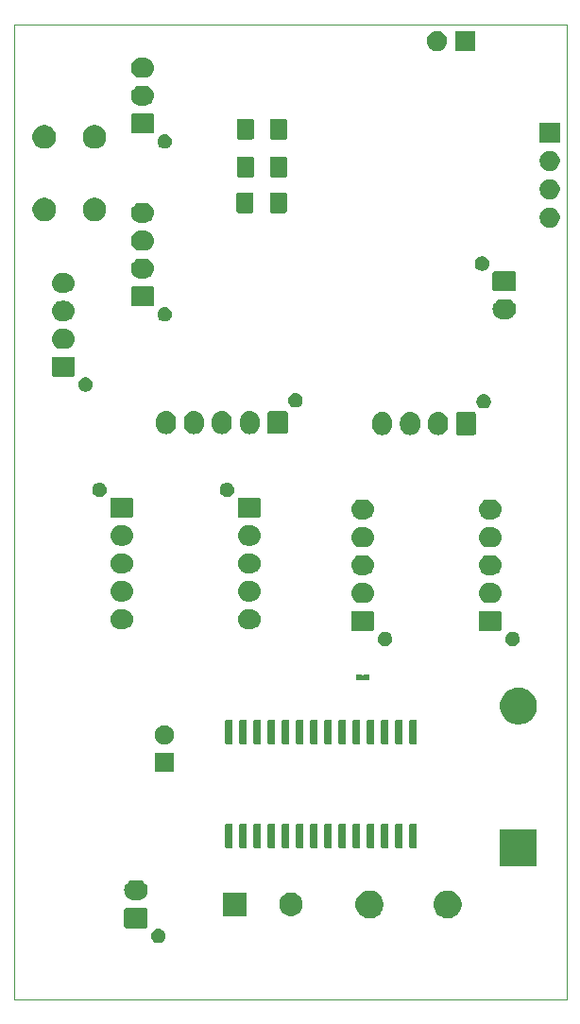
<source format=gbr>
G04 #@! TF.GenerationSoftware,KiCad,Pcbnew,(5.1.5)-3*
G04 #@! TF.CreationDate,2020-08-07T20:28:23-04:00*
G04 #@! TF.ProjectId,Ebike Board,4562696b-6520-4426-9f61-72642e6b6963,rev?*
G04 #@! TF.SameCoordinates,Original*
G04 #@! TF.FileFunction,Soldermask,Bot*
G04 #@! TF.FilePolarity,Negative*
%FSLAX46Y46*%
G04 Gerber Fmt 4.6, Leading zero omitted, Abs format (unit mm)*
G04 Created by KiCad (PCBNEW (5.1.5)-3) date 2020-08-07 20:28:23*
%MOMM*%
%LPD*%
G04 APERTURE LIST*
%ADD10C,0.050000*%
%ADD11C,0.100000*%
G04 APERTURE END LIST*
D10*
X111000000Y-157100000D02*
X111000000Y-69700000D01*
X160500000Y-157100000D02*
X111000000Y-157100000D01*
X160500000Y-69700000D02*
X160500000Y-157100000D01*
X111000000Y-69700000D02*
X160500000Y-69700000D01*
D11*
G36*
X124109890Y-150794017D02*
G01*
X124228364Y-150843091D01*
X124334988Y-150914335D01*
X124425665Y-151005012D01*
X124496909Y-151111636D01*
X124545983Y-151230110D01*
X124571000Y-151355882D01*
X124571000Y-151484118D01*
X124545983Y-151609890D01*
X124496909Y-151728364D01*
X124425665Y-151834988D01*
X124334988Y-151925665D01*
X124228364Y-151996909D01*
X124228363Y-151996910D01*
X124228362Y-151996910D01*
X124109890Y-152045983D01*
X123984119Y-152071000D01*
X123855881Y-152071000D01*
X123730110Y-152045983D01*
X123611638Y-151996910D01*
X123611637Y-151996910D01*
X123611636Y-151996909D01*
X123505012Y-151925665D01*
X123414335Y-151834988D01*
X123343091Y-151728364D01*
X123294017Y-151609890D01*
X123269000Y-151484118D01*
X123269000Y-151355882D01*
X123294017Y-151230110D01*
X123343091Y-151111636D01*
X123414335Y-151005012D01*
X123505012Y-150914335D01*
X123611636Y-150843091D01*
X123730110Y-150794017D01*
X123855881Y-150769000D01*
X123984119Y-150769000D01*
X124109890Y-150794017D01*
G37*
G36*
X122828600Y-148922989D02*
G01*
X122861652Y-148933015D01*
X122892103Y-148949292D01*
X122918799Y-148971201D01*
X122940708Y-148997897D01*
X122956985Y-149028348D01*
X122967011Y-149061400D01*
X122971000Y-149101903D01*
X122971000Y-150538097D01*
X122967011Y-150578600D01*
X122956985Y-150611652D01*
X122940708Y-150642103D01*
X122918799Y-150668799D01*
X122892103Y-150690708D01*
X122861652Y-150706985D01*
X122828600Y-150717011D01*
X122788097Y-150721000D01*
X121051903Y-150721000D01*
X121011400Y-150717011D01*
X120978348Y-150706985D01*
X120947897Y-150690708D01*
X120921201Y-150668799D01*
X120899292Y-150642103D01*
X120883015Y-150611652D01*
X120872989Y-150578600D01*
X120869000Y-150538097D01*
X120869000Y-149101903D01*
X120872989Y-149061400D01*
X120883015Y-149028348D01*
X120899292Y-148997897D01*
X120921201Y-148971201D01*
X120947897Y-148949292D01*
X120978348Y-148933015D01*
X121011400Y-148922989D01*
X121051903Y-148919000D01*
X122788097Y-148919000D01*
X122828600Y-148922989D01*
G37*
G36*
X150224903Y-147387075D02*
G01*
X150452571Y-147481378D01*
X150657466Y-147618285D01*
X150831715Y-147792534D01*
X150916903Y-147920027D01*
X150968623Y-147997431D01*
X151062925Y-148225097D01*
X151111000Y-148466786D01*
X151111000Y-148713214D01*
X151062925Y-148954903D01*
X150989445Y-149132301D01*
X150968622Y-149182571D01*
X150831715Y-149387466D01*
X150657466Y-149561715D01*
X150452571Y-149698622D01*
X150452570Y-149698623D01*
X150452569Y-149698623D01*
X150224903Y-149792925D01*
X149983214Y-149841000D01*
X149736786Y-149841000D01*
X149495097Y-149792925D01*
X149267431Y-149698623D01*
X149267430Y-149698623D01*
X149267429Y-149698622D01*
X149062534Y-149561715D01*
X148888285Y-149387466D01*
X148751378Y-149182571D01*
X148730556Y-149132301D01*
X148657075Y-148954903D01*
X148609000Y-148713214D01*
X148609000Y-148466786D01*
X148657075Y-148225097D01*
X148751377Y-147997431D01*
X148803097Y-147920027D01*
X148888285Y-147792534D01*
X149062534Y-147618285D01*
X149267429Y-147481378D01*
X149495097Y-147387075D01*
X149736786Y-147339000D01*
X149983214Y-147339000D01*
X150224903Y-147387075D01*
G37*
G36*
X143224903Y-147387075D02*
G01*
X143452571Y-147481378D01*
X143657466Y-147618285D01*
X143831715Y-147792534D01*
X143916903Y-147920027D01*
X143968623Y-147997431D01*
X144062925Y-148225097D01*
X144111000Y-148466786D01*
X144111000Y-148713214D01*
X144062925Y-148954903D01*
X143989445Y-149132301D01*
X143968622Y-149182571D01*
X143831715Y-149387466D01*
X143657466Y-149561715D01*
X143452571Y-149698622D01*
X143452570Y-149698623D01*
X143452569Y-149698623D01*
X143224903Y-149792925D01*
X142983214Y-149841000D01*
X142736786Y-149841000D01*
X142495097Y-149792925D01*
X142267431Y-149698623D01*
X142267430Y-149698623D01*
X142267429Y-149698622D01*
X142062534Y-149561715D01*
X141888285Y-149387466D01*
X141751378Y-149182571D01*
X141730556Y-149132301D01*
X141657075Y-148954903D01*
X141609000Y-148713214D01*
X141609000Y-148466786D01*
X141657075Y-148225097D01*
X141751377Y-147997431D01*
X141803097Y-147920027D01*
X141888285Y-147792534D01*
X142062534Y-147618285D01*
X142267429Y-147481378D01*
X142495097Y-147387075D01*
X142736786Y-147339000D01*
X142983214Y-147339000D01*
X143224903Y-147387075D01*
G37*
G36*
X136116564Y-147579389D02*
G01*
X136307833Y-147658615D01*
X136307835Y-147658616D01*
X136479973Y-147773635D01*
X136626365Y-147920027D01*
X136728431Y-148072779D01*
X136741385Y-148092167D01*
X136820611Y-148283436D01*
X136861000Y-148486484D01*
X136861000Y-148693516D01*
X136820611Y-148896564D01*
X136766024Y-149028348D01*
X136741384Y-149087835D01*
X136626365Y-149259973D01*
X136479973Y-149406365D01*
X136307835Y-149521384D01*
X136307834Y-149521385D01*
X136307833Y-149521385D01*
X136116564Y-149600611D01*
X135913516Y-149641000D01*
X135706484Y-149641000D01*
X135503436Y-149600611D01*
X135312167Y-149521385D01*
X135312166Y-149521385D01*
X135312165Y-149521384D01*
X135140027Y-149406365D01*
X134993635Y-149259973D01*
X134878616Y-149087835D01*
X134853976Y-149028348D01*
X134799389Y-148896564D01*
X134759000Y-148693516D01*
X134759000Y-148486484D01*
X134799389Y-148283436D01*
X134878615Y-148092167D01*
X134891570Y-148072779D01*
X134993635Y-147920027D01*
X135140027Y-147773635D01*
X135312165Y-147658616D01*
X135312167Y-147658615D01*
X135503436Y-147579389D01*
X135706484Y-147539000D01*
X135913516Y-147539000D01*
X136116564Y-147579389D01*
G37*
G36*
X131861000Y-149641000D02*
G01*
X129759000Y-149641000D01*
X129759000Y-147539000D01*
X131861000Y-147539000D01*
X131861000Y-149641000D01*
G37*
G36*
X122180442Y-146425518D02*
G01*
X122246627Y-146432037D01*
X122416466Y-146483557D01*
X122572991Y-146567222D01*
X122608729Y-146596552D01*
X122710186Y-146679814D01*
X122793448Y-146781271D01*
X122822778Y-146817009D01*
X122906443Y-146973534D01*
X122957963Y-147143373D01*
X122975359Y-147320000D01*
X122957963Y-147496627D01*
X122906443Y-147666466D01*
X122822778Y-147822991D01*
X122793448Y-147858729D01*
X122710186Y-147960186D01*
X122608729Y-148043448D01*
X122572991Y-148072778D01*
X122416466Y-148156443D01*
X122246627Y-148207963D01*
X122180442Y-148214482D01*
X122114260Y-148221000D01*
X121725740Y-148221000D01*
X121659558Y-148214482D01*
X121593373Y-148207963D01*
X121423534Y-148156443D01*
X121267009Y-148072778D01*
X121231271Y-148043448D01*
X121129814Y-147960186D01*
X121046552Y-147858729D01*
X121017222Y-147822991D01*
X120933557Y-147666466D01*
X120882037Y-147496627D01*
X120864641Y-147320000D01*
X120882037Y-147143373D01*
X120933557Y-146973534D01*
X121017222Y-146817009D01*
X121046552Y-146781271D01*
X121129814Y-146679814D01*
X121231271Y-146596552D01*
X121267009Y-146567222D01*
X121423534Y-146483557D01*
X121593373Y-146432037D01*
X121659558Y-146425518D01*
X121725740Y-146419000D01*
X122114260Y-146419000D01*
X122180442Y-146425518D01*
G37*
G36*
X157861000Y-145161000D02*
G01*
X154559000Y-145161000D01*
X154559000Y-141859000D01*
X157861000Y-141859000D01*
X157861000Y-145161000D01*
G37*
G36*
X135584928Y-141376764D02*
G01*
X135606009Y-141383160D01*
X135625445Y-141393548D01*
X135642476Y-141407524D01*
X135656452Y-141424555D01*
X135666840Y-141443991D01*
X135673236Y-141465072D01*
X135676000Y-141493140D01*
X135676000Y-143406860D01*
X135673236Y-143434928D01*
X135666840Y-143456009D01*
X135656452Y-143475445D01*
X135642476Y-143492476D01*
X135625445Y-143506452D01*
X135606009Y-143516840D01*
X135584928Y-143523236D01*
X135556860Y-143526000D01*
X135093140Y-143526000D01*
X135065072Y-143523236D01*
X135043991Y-143516840D01*
X135024555Y-143506452D01*
X135007524Y-143492476D01*
X134993548Y-143475445D01*
X134983160Y-143456009D01*
X134976764Y-143434928D01*
X134974000Y-143406860D01*
X134974000Y-141493140D01*
X134976764Y-141465072D01*
X134983160Y-141443991D01*
X134993548Y-141424555D01*
X135007524Y-141407524D01*
X135024555Y-141393548D01*
X135043991Y-141383160D01*
X135065072Y-141376764D01*
X135093140Y-141374000D01*
X135556860Y-141374000D01*
X135584928Y-141376764D01*
G37*
G36*
X147014928Y-141376764D02*
G01*
X147036009Y-141383160D01*
X147055445Y-141393548D01*
X147072476Y-141407524D01*
X147086452Y-141424555D01*
X147096840Y-141443991D01*
X147103236Y-141465072D01*
X147106000Y-141493140D01*
X147106000Y-143406860D01*
X147103236Y-143434928D01*
X147096840Y-143456009D01*
X147086452Y-143475445D01*
X147072476Y-143492476D01*
X147055445Y-143506452D01*
X147036009Y-143516840D01*
X147014928Y-143523236D01*
X146986860Y-143526000D01*
X146523140Y-143526000D01*
X146495072Y-143523236D01*
X146473991Y-143516840D01*
X146454555Y-143506452D01*
X146437524Y-143492476D01*
X146423548Y-143475445D01*
X146413160Y-143456009D01*
X146406764Y-143434928D01*
X146404000Y-143406860D01*
X146404000Y-141493140D01*
X146406764Y-141465072D01*
X146413160Y-141443991D01*
X146423548Y-141424555D01*
X146437524Y-141407524D01*
X146454555Y-141393548D01*
X146473991Y-141383160D01*
X146495072Y-141376764D01*
X146523140Y-141374000D01*
X146986860Y-141374000D01*
X147014928Y-141376764D01*
G37*
G36*
X130504928Y-141376764D02*
G01*
X130526009Y-141383160D01*
X130545445Y-141393548D01*
X130562476Y-141407524D01*
X130576452Y-141424555D01*
X130586840Y-141443991D01*
X130593236Y-141465072D01*
X130596000Y-141493140D01*
X130596000Y-143406860D01*
X130593236Y-143434928D01*
X130586840Y-143456009D01*
X130576452Y-143475445D01*
X130562476Y-143492476D01*
X130545445Y-143506452D01*
X130526009Y-143516840D01*
X130504928Y-143523236D01*
X130476860Y-143526000D01*
X130013140Y-143526000D01*
X129985072Y-143523236D01*
X129963991Y-143516840D01*
X129944555Y-143506452D01*
X129927524Y-143492476D01*
X129913548Y-143475445D01*
X129903160Y-143456009D01*
X129896764Y-143434928D01*
X129894000Y-143406860D01*
X129894000Y-141493140D01*
X129896764Y-141465072D01*
X129903160Y-141443991D01*
X129913548Y-141424555D01*
X129927524Y-141407524D01*
X129944555Y-141393548D01*
X129963991Y-141383160D01*
X129985072Y-141376764D01*
X130013140Y-141374000D01*
X130476860Y-141374000D01*
X130504928Y-141376764D01*
G37*
G36*
X131774928Y-141376764D02*
G01*
X131796009Y-141383160D01*
X131815445Y-141393548D01*
X131832476Y-141407524D01*
X131846452Y-141424555D01*
X131856840Y-141443991D01*
X131863236Y-141465072D01*
X131866000Y-141493140D01*
X131866000Y-143406860D01*
X131863236Y-143434928D01*
X131856840Y-143456009D01*
X131846452Y-143475445D01*
X131832476Y-143492476D01*
X131815445Y-143506452D01*
X131796009Y-143516840D01*
X131774928Y-143523236D01*
X131746860Y-143526000D01*
X131283140Y-143526000D01*
X131255072Y-143523236D01*
X131233991Y-143516840D01*
X131214555Y-143506452D01*
X131197524Y-143492476D01*
X131183548Y-143475445D01*
X131173160Y-143456009D01*
X131166764Y-143434928D01*
X131164000Y-143406860D01*
X131164000Y-141493140D01*
X131166764Y-141465072D01*
X131173160Y-141443991D01*
X131183548Y-141424555D01*
X131197524Y-141407524D01*
X131214555Y-141393548D01*
X131233991Y-141383160D01*
X131255072Y-141376764D01*
X131283140Y-141374000D01*
X131746860Y-141374000D01*
X131774928Y-141376764D01*
G37*
G36*
X133044928Y-141376764D02*
G01*
X133066009Y-141383160D01*
X133085445Y-141393548D01*
X133102476Y-141407524D01*
X133116452Y-141424555D01*
X133126840Y-141443991D01*
X133133236Y-141465072D01*
X133136000Y-141493140D01*
X133136000Y-143406860D01*
X133133236Y-143434928D01*
X133126840Y-143456009D01*
X133116452Y-143475445D01*
X133102476Y-143492476D01*
X133085445Y-143506452D01*
X133066009Y-143516840D01*
X133044928Y-143523236D01*
X133016860Y-143526000D01*
X132553140Y-143526000D01*
X132525072Y-143523236D01*
X132503991Y-143516840D01*
X132484555Y-143506452D01*
X132467524Y-143492476D01*
X132453548Y-143475445D01*
X132443160Y-143456009D01*
X132436764Y-143434928D01*
X132434000Y-143406860D01*
X132434000Y-141493140D01*
X132436764Y-141465072D01*
X132443160Y-141443991D01*
X132453548Y-141424555D01*
X132467524Y-141407524D01*
X132484555Y-141393548D01*
X132503991Y-141383160D01*
X132525072Y-141376764D01*
X132553140Y-141374000D01*
X133016860Y-141374000D01*
X133044928Y-141376764D01*
G37*
G36*
X134314928Y-141376764D02*
G01*
X134336009Y-141383160D01*
X134355445Y-141393548D01*
X134372476Y-141407524D01*
X134386452Y-141424555D01*
X134396840Y-141443991D01*
X134403236Y-141465072D01*
X134406000Y-141493140D01*
X134406000Y-143406860D01*
X134403236Y-143434928D01*
X134396840Y-143456009D01*
X134386452Y-143475445D01*
X134372476Y-143492476D01*
X134355445Y-143506452D01*
X134336009Y-143516840D01*
X134314928Y-143523236D01*
X134286860Y-143526000D01*
X133823140Y-143526000D01*
X133795072Y-143523236D01*
X133773991Y-143516840D01*
X133754555Y-143506452D01*
X133737524Y-143492476D01*
X133723548Y-143475445D01*
X133713160Y-143456009D01*
X133706764Y-143434928D01*
X133704000Y-143406860D01*
X133704000Y-141493140D01*
X133706764Y-141465072D01*
X133713160Y-141443991D01*
X133723548Y-141424555D01*
X133737524Y-141407524D01*
X133754555Y-141393548D01*
X133773991Y-141383160D01*
X133795072Y-141376764D01*
X133823140Y-141374000D01*
X134286860Y-141374000D01*
X134314928Y-141376764D01*
G37*
G36*
X136854928Y-141376764D02*
G01*
X136876009Y-141383160D01*
X136895445Y-141393548D01*
X136912476Y-141407524D01*
X136926452Y-141424555D01*
X136936840Y-141443991D01*
X136943236Y-141465072D01*
X136946000Y-141493140D01*
X136946000Y-143406860D01*
X136943236Y-143434928D01*
X136936840Y-143456009D01*
X136926452Y-143475445D01*
X136912476Y-143492476D01*
X136895445Y-143506452D01*
X136876009Y-143516840D01*
X136854928Y-143523236D01*
X136826860Y-143526000D01*
X136363140Y-143526000D01*
X136335072Y-143523236D01*
X136313991Y-143516840D01*
X136294555Y-143506452D01*
X136277524Y-143492476D01*
X136263548Y-143475445D01*
X136253160Y-143456009D01*
X136246764Y-143434928D01*
X136244000Y-143406860D01*
X136244000Y-141493140D01*
X136246764Y-141465072D01*
X136253160Y-141443991D01*
X136263548Y-141424555D01*
X136277524Y-141407524D01*
X136294555Y-141393548D01*
X136313991Y-141383160D01*
X136335072Y-141376764D01*
X136363140Y-141374000D01*
X136826860Y-141374000D01*
X136854928Y-141376764D01*
G37*
G36*
X138124928Y-141376764D02*
G01*
X138146009Y-141383160D01*
X138165445Y-141393548D01*
X138182476Y-141407524D01*
X138196452Y-141424555D01*
X138206840Y-141443991D01*
X138213236Y-141465072D01*
X138216000Y-141493140D01*
X138216000Y-143406860D01*
X138213236Y-143434928D01*
X138206840Y-143456009D01*
X138196452Y-143475445D01*
X138182476Y-143492476D01*
X138165445Y-143506452D01*
X138146009Y-143516840D01*
X138124928Y-143523236D01*
X138096860Y-143526000D01*
X137633140Y-143526000D01*
X137605072Y-143523236D01*
X137583991Y-143516840D01*
X137564555Y-143506452D01*
X137547524Y-143492476D01*
X137533548Y-143475445D01*
X137523160Y-143456009D01*
X137516764Y-143434928D01*
X137514000Y-143406860D01*
X137514000Y-141493140D01*
X137516764Y-141465072D01*
X137523160Y-141443991D01*
X137533548Y-141424555D01*
X137547524Y-141407524D01*
X137564555Y-141393548D01*
X137583991Y-141383160D01*
X137605072Y-141376764D01*
X137633140Y-141374000D01*
X138096860Y-141374000D01*
X138124928Y-141376764D01*
G37*
G36*
X139394928Y-141376764D02*
G01*
X139416009Y-141383160D01*
X139435445Y-141393548D01*
X139452476Y-141407524D01*
X139466452Y-141424555D01*
X139476840Y-141443991D01*
X139483236Y-141465072D01*
X139486000Y-141493140D01*
X139486000Y-143406860D01*
X139483236Y-143434928D01*
X139476840Y-143456009D01*
X139466452Y-143475445D01*
X139452476Y-143492476D01*
X139435445Y-143506452D01*
X139416009Y-143516840D01*
X139394928Y-143523236D01*
X139366860Y-143526000D01*
X138903140Y-143526000D01*
X138875072Y-143523236D01*
X138853991Y-143516840D01*
X138834555Y-143506452D01*
X138817524Y-143492476D01*
X138803548Y-143475445D01*
X138793160Y-143456009D01*
X138786764Y-143434928D01*
X138784000Y-143406860D01*
X138784000Y-141493140D01*
X138786764Y-141465072D01*
X138793160Y-141443991D01*
X138803548Y-141424555D01*
X138817524Y-141407524D01*
X138834555Y-141393548D01*
X138853991Y-141383160D01*
X138875072Y-141376764D01*
X138903140Y-141374000D01*
X139366860Y-141374000D01*
X139394928Y-141376764D01*
G37*
G36*
X140664928Y-141376764D02*
G01*
X140686009Y-141383160D01*
X140705445Y-141393548D01*
X140722476Y-141407524D01*
X140736452Y-141424555D01*
X140746840Y-141443991D01*
X140753236Y-141465072D01*
X140756000Y-141493140D01*
X140756000Y-143406860D01*
X140753236Y-143434928D01*
X140746840Y-143456009D01*
X140736452Y-143475445D01*
X140722476Y-143492476D01*
X140705445Y-143506452D01*
X140686009Y-143516840D01*
X140664928Y-143523236D01*
X140636860Y-143526000D01*
X140173140Y-143526000D01*
X140145072Y-143523236D01*
X140123991Y-143516840D01*
X140104555Y-143506452D01*
X140087524Y-143492476D01*
X140073548Y-143475445D01*
X140063160Y-143456009D01*
X140056764Y-143434928D01*
X140054000Y-143406860D01*
X140054000Y-141493140D01*
X140056764Y-141465072D01*
X140063160Y-141443991D01*
X140073548Y-141424555D01*
X140087524Y-141407524D01*
X140104555Y-141393548D01*
X140123991Y-141383160D01*
X140145072Y-141376764D01*
X140173140Y-141374000D01*
X140636860Y-141374000D01*
X140664928Y-141376764D01*
G37*
G36*
X143204928Y-141376764D02*
G01*
X143226009Y-141383160D01*
X143245445Y-141393548D01*
X143262476Y-141407524D01*
X143276452Y-141424555D01*
X143286840Y-141443991D01*
X143293236Y-141465072D01*
X143296000Y-141493140D01*
X143296000Y-143406860D01*
X143293236Y-143434928D01*
X143286840Y-143456009D01*
X143276452Y-143475445D01*
X143262476Y-143492476D01*
X143245445Y-143506452D01*
X143226009Y-143516840D01*
X143204928Y-143523236D01*
X143176860Y-143526000D01*
X142713140Y-143526000D01*
X142685072Y-143523236D01*
X142663991Y-143516840D01*
X142644555Y-143506452D01*
X142627524Y-143492476D01*
X142613548Y-143475445D01*
X142603160Y-143456009D01*
X142596764Y-143434928D01*
X142594000Y-143406860D01*
X142594000Y-141493140D01*
X142596764Y-141465072D01*
X142603160Y-141443991D01*
X142613548Y-141424555D01*
X142627524Y-141407524D01*
X142644555Y-141393548D01*
X142663991Y-141383160D01*
X142685072Y-141376764D01*
X142713140Y-141374000D01*
X143176860Y-141374000D01*
X143204928Y-141376764D01*
G37*
G36*
X144474928Y-141376764D02*
G01*
X144496009Y-141383160D01*
X144515445Y-141393548D01*
X144532476Y-141407524D01*
X144546452Y-141424555D01*
X144556840Y-141443991D01*
X144563236Y-141465072D01*
X144566000Y-141493140D01*
X144566000Y-143406860D01*
X144563236Y-143434928D01*
X144556840Y-143456009D01*
X144546452Y-143475445D01*
X144532476Y-143492476D01*
X144515445Y-143506452D01*
X144496009Y-143516840D01*
X144474928Y-143523236D01*
X144446860Y-143526000D01*
X143983140Y-143526000D01*
X143955072Y-143523236D01*
X143933991Y-143516840D01*
X143914555Y-143506452D01*
X143897524Y-143492476D01*
X143883548Y-143475445D01*
X143873160Y-143456009D01*
X143866764Y-143434928D01*
X143864000Y-143406860D01*
X143864000Y-141493140D01*
X143866764Y-141465072D01*
X143873160Y-141443991D01*
X143883548Y-141424555D01*
X143897524Y-141407524D01*
X143914555Y-141393548D01*
X143933991Y-141383160D01*
X143955072Y-141376764D01*
X143983140Y-141374000D01*
X144446860Y-141374000D01*
X144474928Y-141376764D01*
G37*
G36*
X141934928Y-141376764D02*
G01*
X141956009Y-141383160D01*
X141975445Y-141393548D01*
X141992476Y-141407524D01*
X142006452Y-141424555D01*
X142016840Y-141443991D01*
X142023236Y-141465072D01*
X142026000Y-141493140D01*
X142026000Y-143406860D01*
X142023236Y-143434928D01*
X142016840Y-143456009D01*
X142006452Y-143475445D01*
X141992476Y-143492476D01*
X141975445Y-143506452D01*
X141956009Y-143516840D01*
X141934928Y-143523236D01*
X141906860Y-143526000D01*
X141443140Y-143526000D01*
X141415072Y-143523236D01*
X141393991Y-143516840D01*
X141374555Y-143506452D01*
X141357524Y-143492476D01*
X141343548Y-143475445D01*
X141333160Y-143456009D01*
X141326764Y-143434928D01*
X141324000Y-143406860D01*
X141324000Y-141493140D01*
X141326764Y-141465072D01*
X141333160Y-141443991D01*
X141343548Y-141424555D01*
X141357524Y-141407524D01*
X141374555Y-141393548D01*
X141393991Y-141383160D01*
X141415072Y-141376764D01*
X141443140Y-141374000D01*
X141906860Y-141374000D01*
X141934928Y-141376764D01*
G37*
G36*
X145744928Y-141376764D02*
G01*
X145766009Y-141383160D01*
X145785445Y-141393548D01*
X145802476Y-141407524D01*
X145816452Y-141424555D01*
X145826840Y-141443991D01*
X145833236Y-141465072D01*
X145836000Y-141493140D01*
X145836000Y-143406860D01*
X145833236Y-143434928D01*
X145826840Y-143456009D01*
X145816452Y-143475445D01*
X145802476Y-143492476D01*
X145785445Y-143506452D01*
X145766009Y-143516840D01*
X145744928Y-143523236D01*
X145716860Y-143526000D01*
X145253140Y-143526000D01*
X145225072Y-143523236D01*
X145203991Y-143516840D01*
X145184555Y-143506452D01*
X145167524Y-143492476D01*
X145153548Y-143475445D01*
X145143160Y-143456009D01*
X145136764Y-143434928D01*
X145134000Y-143406860D01*
X145134000Y-141493140D01*
X145136764Y-141465072D01*
X145143160Y-141443991D01*
X145153548Y-141424555D01*
X145167524Y-141407524D01*
X145184555Y-141393548D01*
X145203991Y-141383160D01*
X145225072Y-141376764D01*
X145253140Y-141374000D01*
X145716860Y-141374000D01*
X145744928Y-141376764D01*
G37*
G36*
X125311000Y-136741000D02*
G01*
X123609000Y-136741000D01*
X123609000Y-135039000D01*
X125311000Y-135039000D01*
X125311000Y-136741000D01*
G37*
G36*
X124708228Y-132571703D02*
G01*
X124863100Y-132635853D01*
X125002481Y-132728985D01*
X125121015Y-132847519D01*
X125214147Y-132986900D01*
X125278297Y-133141772D01*
X125311000Y-133306184D01*
X125311000Y-133473816D01*
X125278297Y-133638228D01*
X125214147Y-133793100D01*
X125121015Y-133932481D01*
X125002481Y-134051015D01*
X124863100Y-134144147D01*
X124708228Y-134208297D01*
X124543816Y-134241000D01*
X124376184Y-134241000D01*
X124211772Y-134208297D01*
X124056900Y-134144147D01*
X123917519Y-134051015D01*
X123798985Y-133932481D01*
X123705853Y-133793100D01*
X123641703Y-133638228D01*
X123609000Y-133473816D01*
X123609000Y-133306184D01*
X123641703Y-133141772D01*
X123705853Y-132986900D01*
X123798985Y-132847519D01*
X123917519Y-132728985D01*
X124056900Y-132635853D01*
X124211772Y-132571703D01*
X124376184Y-132539000D01*
X124543816Y-132539000D01*
X124708228Y-132571703D01*
G37*
G36*
X133044928Y-132076764D02*
G01*
X133066009Y-132083160D01*
X133085445Y-132093548D01*
X133102476Y-132107524D01*
X133116452Y-132124555D01*
X133126840Y-132143991D01*
X133133236Y-132165072D01*
X133136000Y-132193140D01*
X133136000Y-134106860D01*
X133133236Y-134134928D01*
X133126840Y-134156009D01*
X133116452Y-134175445D01*
X133102476Y-134192476D01*
X133085445Y-134206452D01*
X133066009Y-134216840D01*
X133044928Y-134223236D01*
X133016860Y-134226000D01*
X132553140Y-134226000D01*
X132525072Y-134223236D01*
X132503991Y-134216840D01*
X132484555Y-134206452D01*
X132467524Y-134192476D01*
X132453548Y-134175445D01*
X132443160Y-134156009D01*
X132436764Y-134134928D01*
X132434000Y-134106860D01*
X132434000Y-132193140D01*
X132436764Y-132165072D01*
X132443160Y-132143991D01*
X132453548Y-132124555D01*
X132467524Y-132107524D01*
X132484555Y-132093548D01*
X132503991Y-132083160D01*
X132525072Y-132076764D01*
X132553140Y-132074000D01*
X133016860Y-132074000D01*
X133044928Y-132076764D01*
G37*
G36*
X147014928Y-132076764D02*
G01*
X147036009Y-132083160D01*
X147055445Y-132093548D01*
X147072476Y-132107524D01*
X147086452Y-132124555D01*
X147096840Y-132143991D01*
X147103236Y-132165072D01*
X147106000Y-132193140D01*
X147106000Y-134106860D01*
X147103236Y-134134928D01*
X147096840Y-134156009D01*
X147086452Y-134175445D01*
X147072476Y-134192476D01*
X147055445Y-134206452D01*
X147036009Y-134216840D01*
X147014928Y-134223236D01*
X146986860Y-134226000D01*
X146523140Y-134226000D01*
X146495072Y-134223236D01*
X146473991Y-134216840D01*
X146454555Y-134206452D01*
X146437524Y-134192476D01*
X146423548Y-134175445D01*
X146413160Y-134156009D01*
X146406764Y-134134928D01*
X146404000Y-134106860D01*
X146404000Y-132193140D01*
X146406764Y-132165072D01*
X146413160Y-132143991D01*
X146423548Y-132124555D01*
X146437524Y-132107524D01*
X146454555Y-132093548D01*
X146473991Y-132083160D01*
X146495072Y-132076764D01*
X146523140Y-132074000D01*
X146986860Y-132074000D01*
X147014928Y-132076764D01*
G37*
G36*
X144474928Y-132076764D02*
G01*
X144496009Y-132083160D01*
X144515445Y-132093548D01*
X144532476Y-132107524D01*
X144546452Y-132124555D01*
X144556840Y-132143991D01*
X144563236Y-132165072D01*
X144566000Y-132193140D01*
X144566000Y-134106860D01*
X144563236Y-134134928D01*
X144556840Y-134156009D01*
X144546452Y-134175445D01*
X144532476Y-134192476D01*
X144515445Y-134206452D01*
X144496009Y-134216840D01*
X144474928Y-134223236D01*
X144446860Y-134226000D01*
X143983140Y-134226000D01*
X143955072Y-134223236D01*
X143933991Y-134216840D01*
X143914555Y-134206452D01*
X143897524Y-134192476D01*
X143883548Y-134175445D01*
X143873160Y-134156009D01*
X143866764Y-134134928D01*
X143864000Y-134106860D01*
X143864000Y-132193140D01*
X143866764Y-132165072D01*
X143873160Y-132143991D01*
X143883548Y-132124555D01*
X143897524Y-132107524D01*
X143914555Y-132093548D01*
X143933991Y-132083160D01*
X143955072Y-132076764D01*
X143983140Y-132074000D01*
X144446860Y-132074000D01*
X144474928Y-132076764D01*
G37*
G36*
X143204928Y-132076764D02*
G01*
X143226009Y-132083160D01*
X143245445Y-132093548D01*
X143262476Y-132107524D01*
X143276452Y-132124555D01*
X143286840Y-132143991D01*
X143293236Y-132165072D01*
X143296000Y-132193140D01*
X143296000Y-134106860D01*
X143293236Y-134134928D01*
X143286840Y-134156009D01*
X143276452Y-134175445D01*
X143262476Y-134192476D01*
X143245445Y-134206452D01*
X143226009Y-134216840D01*
X143204928Y-134223236D01*
X143176860Y-134226000D01*
X142713140Y-134226000D01*
X142685072Y-134223236D01*
X142663991Y-134216840D01*
X142644555Y-134206452D01*
X142627524Y-134192476D01*
X142613548Y-134175445D01*
X142603160Y-134156009D01*
X142596764Y-134134928D01*
X142594000Y-134106860D01*
X142594000Y-132193140D01*
X142596764Y-132165072D01*
X142603160Y-132143991D01*
X142613548Y-132124555D01*
X142627524Y-132107524D01*
X142644555Y-132093548D01*
X142663991Y-132083160D01*
X142685072Y-132076764D01*
X142713140Y-132074000D01*
X143176860Y-132074000D01*
X143204928Y-132076764D01*
G37*
G36*
X141934928Y-132076764D02*
G01*
X141956009Y-132083160D01*
X141975445Y-132093548D01*
X141992476Y-132107524D01*
X142006452Y-132124555D01*
X142016840Y-132143991D01*
X142023236Y-132165072D01*
X142026000Y-132193140D01*
X142026000Y-134106860D01*
X142023236Y-134134928D01*
X142016840Y-134156009D01*
X142006452Y-134175445D01*
X141992476Y-134192476D01*
X141975445Y-134206452D01*
X141956009Y-134216840D01*
X141934928Y-134223236D01*
X141906860Y-134226000D01*
X141443140Y-134226000D01*
X141415072Y-134223236D01*
X141393991Y-134216840D01*
X141374555Y-134206452D01*
X141357524Y-134192476D01*
X141343548Y-134175445D01*
X141333160Y-134156009D01*
X141326764Y-134134928D01*
X141324000Y-134106860D01*
X141324000Y-132193140D01*
X141326764Y-132165072D01*
X141333160Y-132143991D01*
X141343548Y-132124555D01*
X141357524Y-132107524D01*
X141374555Y-132093548D01*
X141393991Y-132083160D01*
X141415072Y-132076764D01*
X141443140Y-132074000D01*
X141906860Y-132074000D01*
X141934928Y-132076764D01*
G37*
G36*
X140664928Y-132076764D02*
G01*
X140686009Y-132083160D01*
X140705445Y-132093548D01*
X140722476Y-132107524D01*
X140736452Y-132124555D01*
X140746840Y-132143991D01*
X140753236Y-132165072D01*
X140756000Y-132193140D01*
X140756000Y-134106860D01*
X140753236Y-134134928D01*
X140746840Y-134156009D01*
X140736452Y-134175445D01*
X140722476Y-134192476D01*
X140705445Y-134206452D01*
X140686009Y-134216840D01*
X140664928Y-134223236D01*
X140636860Y-134226000D01*
X140173140Y-134226000D01*
X140145072Y-134223236D01*
X140123991Y-134216840D01*
X140104555Y-134206452D01*
X140087524Y-134192476D01*
X140073548Y-134175445D01*
X140063160Y-134156009D01*
X140056764Y-134134928D01*
X140054000Y-134106860D01*
X140054000Y-132193140D01*
X140056764Y-132165072D01*
X140063160Y-132143991D01*
X140073548Y-132124555D01*
X140087524Y-132107524D01*
X140104555Y-132093548D01*
X140123991Y-132083160D01*
X140145072Y-132076764D01*
X140173140Y-132074000D01*
X140636860Y-132074000D01*
X140664928Y-132076764D01*
G37*
G36*
X139394928Y-132076764D02*
G01*
X139416009Y-132083160D01*
X139435445Y-132093548D01*
X139452476Y-132107524D01*
X139466452Y-132124555D01*
X139476840Y-132143991D01*
X139483236Y-132165072D01*
X139486000Y-132193140D01*
X139486000Y-134106860D01*
X139483236Y-134134928D01*
X139476840Y-134156009D01*
X139466452Y-134175445D01*
X139452476Y-134192476D01*
X139435445Y-134206452D01*
X139416009Y-134216840D01*
X139394928Y-134223236D01*
X139366860Y-134226000D01*
X138903140Y-134226000D01*
X138875072Y-134223236D01*
X138853991Y-134216840D01*
X138834555Y-134206452D01*
X138817524Y-134192476D01*
X138803548Y-134175445D01*
X138793160Y-134156009D01*
X138786764Y-134134928D01*
X138784000Y-134106860D01*
X138784000Y-132193140D01*
X138786764Y-132165072D01*
X138793160Y-132143991D01*
X138803548Y-132124555D01*
X138817524Y-132107524D01*
X138834555Y-132093548D01*
X138853991Y-132083160D01*
X138875072Y-132076764D01*
X138903140Y-132074000D01*
X139366860Y-132074000D01*
X139394928Y-132076764D01*
G37*
G36*
X135584928Y-132076764D02*
G01*
X135606009Y-132083160D01*
X135625445Y-132093548D01*
X135642476Y-132107524D01*
X135656452Y-132124555D01*
X135666840Y-132143991D01*
X135673236Y-132165072D01*
X135676000Y-132193140D01*
X135676000Y-134106860D01*
X135673236Y-134134928D01*
X135666840Y-134156009D01*
X135656452Y-134175445D01*
X135642476Y-134192476D01*
X135625445Y-134206452D01*
X135606009Y-134216840D01*
X135584928Y-134223236D01*
X135556860Y-134226000D01*
X135093140Y-134226000D01*
X135065072Y-134223236D01*
X135043991Y-134216840D01*
X135024555Y-134206452D01*
X135007524Y-134192476D01*
X134993548Y-134175445D01*
X134983160Y-134156009D01*
X134976764Y-134134928D01*
X134974000Y-134106860D01*
X134974000Y-132193140D01*
X134976764Y-132165072D01*
X134983160Y-132143991D01*
X134993548Y-132124555D01*
X135007524Y-132107524D01*
X135024555Y-132093548D01*
X135043991Y-132083160D01*
X135065072Y-132076764D01*
X135093140Y-132074000D01*
X135556860Y-132074000D01*
X135584928Y-132076764D01*
G37*
G36*
X134314928Y-132076764D02*
G01*
X134336009Y-132083160D01*
X134355445Y-132093548D01*
X134372476Y-132107524D01*
X134386452Y-132124555D01*
X134396840Y-132143991D01*
X134403236Y-132165072D01*
X134406000Y-132193140D01*
X134406000Y-134106860D01*
X134403236Y-134134928D01*
X134396840Y-134156009D01*
X134386452Y-134175445D01*
X134372476Y-134192476D01*
X134355445Y-134206452D01*
X134336009Y-134216840D01*
X134314928Y-134223236D01*
X134286860Y-134226000D01*
X133823140Y-134226000D01*
X133795072Y-134223236D01*
X133773991Y-134216840D01*
X133754555Y-134206452D01*
X133737524Y-134192476D01*
X133723548Y-134175445D01*
X133713160Y-134156009D01*
X133706764Y-134134928D01*
X133704000Y-134106860D01*
X133704000Y-132193140D01*
X133706764Y-132165072D01*
X133713160Y-132143991D01*
X133723548Y-132124555D01*
X133737524Y-132107524D01*
X133754555Y-132093548D01*
X133773991Y-132083160D01*
X133795072Y-132076764D01*
X133823140Y-132074000D01*
X134286860Y-132074000D01*
X134314928Y-132076764D01*
G37*
G36*
X145744928Y-132076764D02*
G01*
X145766009Y-132083160D01*
X145785445Y-132093548D01*
X145802476Y-132107524D01*
X145816452Y-132124555D01*
X145826840Y-132143991D01*
X145833236Y-132165072D01*
X145836000Y-132193140D01*
X145836000Y-134106860D01*
X145833236Y-134134928D01*
X145826840Y-134156009D01*
X145816452Y-134175445D01*
X145802476Y-134192476D01*
X145785445Y-134206452D01*
X145766009Y-134216840D01*
X145744928Y-134223236D01*
X145716860Y-134226000D01*
X145253140Y-134226000D01*
X145225072Y-134223236D01*
X145203991Y-134216840D01*
X145184555Y-134206452D01*
X145167524Y-134192476D01*
X145153548Y-134175445D01*
X145143160Y-134156009D01*
X145136764Y-134134928D01*
X145134000Y-134106860D01*
X145134000Y-132193140D01*
X145136764Y-132165072D01*
X145143160Y-132143991D01*
X145153548Y-132124555D01*
X145167524Y-132107524D01*
X145184555Y-132093548D01*
X145203991Y-132083160D01*
X145225072Y-132076764D01*
X145253140Y-132074000D01*
X145716860Y-132074000D01*
X145744928Y-132076764D01*
G37*
G36*
X130504928Y-132076764D02*
G01*
X130526009Y-132083160D01*
X130545445Y-132093548D01*
X130562476Y-132107524D01*
X130576452Y-132124555D01*
X130586840Y-132143991D01*
X130593236Y-132165072D01*
X130596000Y-132193140D01*
X130596000Y-134106860D01*
X130593236Y-134134928D01*
X130586840Y-134156009D01*
X130576452Y-134175445D01*
X130562476Y-134192476D01*
X130545445Y-134206452D01*
X130526009Y-134216840D01*
X130504928Y-134223236D01*
X130476860Y-134226000D01*
X130013140Y-134226000D01*
X129985072Y-134223236D01*
X129963991Y-134216840D01*
X129944555Y-134206452D01*
X129927524Y-134192476D01*
X129913548Y-134175445D01*
X129903160Y-134156009D01*
X129896764Y-134134928D01*
X129894000Y-134106860D01*
X129894000Y-132193140D01*
X129896764Y-132165072D01*
X129903160Y-132143991D01*
X129913548Y-132124555D01*
X129927524Y-132107524D01*
X129944555Y-132093548D01*
X129963991Y-132083160D01*
X129985072Y-132076764D01*
X130013140Y-132074000D01*
X130476860Y-132074000D01*
X130504928Y-132076764D01*
G37*
G36*
X131774928Y-132076764D02*
G01*
X131796009Y-132083160D01*
X131815445Y-132093548D01*
X131832476Y-132107524D01*
X131846452Y-132124555D01*
X131856840Y-132143991D01*
X131863236Y-132165072D01*
X131866000Y-132193140D01*
X131866000Y-134106860D01*
X131863236Y-134134928D01*
X131856840Y-134156009D01*
X131846452Y-134175445D01*
X131832476Y-134192476D01*
X131815445Y-134206452D01*
X131796009Y-134216840D01*
X131774928Y-134223236D01*
X131746860Y-134226000D01*
X131283140Y-134226000D01*
X131255072Y-134223236D01*
X131233991Y-134216840D01*
X131214555Y-134206452D01*
X131197524Y-134192476D01*
X131183548Y-134175445D01*
X131173160Y-134156009D01*
X131166764Y-134134928D01*
X131164000Y-134106860D01*
X131164000Y-132193140D01*
X131166764Y-132165072D01*
X131173160Y-132143991D01*
X131183548Y-132124555D01*
X131197524Y-132107524D01*
X131214555Y-132093548D01*
X131233991Y-132083160D01*
X131255072Y-132076764D01*
X131283140Y-132074000D01*
X131746860Y-132074000D01*
X131774928Y-132076764D01*
G37*
G36*
X138124928Y-132076764D02*
G01*
X138146009Y-132083160D01*
X138165445Y-132093548D01*
X138182476Y-132107524D01*
X138196452Y-132124555D01*
X138206840Y-132143991D01*
X138213236Y-132165072D01*
X138216000Y-132193140D01*
X138216000Y-134106860D01*
X138213236Y-134134928D01*
X138206840Y-134156009D01*
X138196452Y-134175445D01*
X138182476Y-134192476D01*
X138165445Y-134206452D01*
X138146009Y-134216840D01*
X138124928Y-134223236D01*
X138096860Y-134226000D01*
X137633140Y-134226000D01*
X137605072Y-134223236D01*
X137583991Y-134216840D01*
X137564555Y-134206452D01*
X137547524Y-134192476D01*
X137533548Y-134175445D01*
X137523160Y-134156009D01*
X137516764Y-134134928D01*
X137514000Y-134106860D01*
X137514000Y-132193140D01*
X137516764Y-132165072D01*
X137523160Y-132143991D01*
X137533548Y-132124555D01*
X137547524Y-132107524D01*
X137564555Y-132093548D01*
X137583991Y-132083160D01*
X137605072Y-132076764D01*
X137633140Y-132074000D01*
X138096860Y-132074000D01*
X138124928Y-132076764D01*
G37*
G36*
X136854928Y-132076764D02*
G01*
X136876009Y-132083160D01*
X136895445Y-132093548D01*
X136912476Y-132107524D01*
X136926452Y-132124555D01*
X136936840Y-132143991D01*
X136943236Y-132165072D01*
X136946000Y-132193140D01*
X136946000Y-134106860D01*
X136943236Y-134134928D01*
X136936840Y-134156009D01*
X136926452Y-134175445D01*
X136912476Y-134192476D01*
X136895445Y-134206452D01*
X136876009Y-134216840D01*
X136854928Y-134223236D01*
X136826860Y-134226000D01*
X136363140Y-134226000D01*
X136335072Y-134223236D01*
X136313991Y-134216840D01*
X136294555Y-134206452D01*
X136277524Y-134192476D01*
X136263548Y-134175445D01*
X136253160Y-134156009D01*
X136246764Y-134134928D01*
X136244000Y-134106860D01*
X136244000Y-132193140D01*
X136246764Y-132165072D01*
X136253160Y-132143991D01*
X136263548Y-132124555D01*
X136277524Y-132107524D01*
X136294555Y-132093548D01*
X136313991Y-132083160D01*
X136335072Y-132076764D01*
X136363140Y-132074000D01*
X136826860Y-132074000D01*
X136854928Y-132076764D01*
G37*
G36*
X156585256Y-129201298D02*
G01*
X156691579Y-129222447D01*
X156992042Y-129346903D01*
X157262451Y-129527585D01*
X157492415Y-129757549D01*
X157673097Y-130027958D01*
X157797553Y-130328421D01*
X157861000Y-130647391D01*
X157861000Y-130972609D01*
X157797553Y-131291579D01*
X157673097Y-131592042D01*
X157492415Y-131862451D01*
X157262451Y-132092415D01*
X156992042Y-132273097D01*
X156691579Y-132397553D01*
X156585256Y-132418702D01*
X156372611Y-132461000D01*
X156047389Y-132461000D01*
X155834744Y-132418702D01*
X155728421Y-132397553D01*
X155427958Y-132273097D01*
X155157549Y-132092415D01*
X154927585Y-131862451D01*
X154746903Y-131592042D01*
X154622447Y-131291579D01*
X154559000Y-130972609D01*
X154559000Y-130647391D01*
X154622447Y-130328421D01*
X154746903Y-130027958D01*
X154927585Y-129757549D01*
X155157549Y-129527585D01*
X155427958Y-129346903D01*
X155728421Y-129222447D01*
X155834744Y-129201298D01*
X156047389Y-129159000D01*
X156372611Y-129159000D01*
X156585256Y-129201298D01*
G37*
G36*
X142150170Y-128020803D02*
G01*
X142161877Y-128024355D01*
X142181077Y-128034617D01*
X142203716Y-128043994D01*
X142227749Y-128048774D01*
X142252253Y-128048774D01*
X142276286Y-128043993D01*
X142298923Y-128034617D01*
X142318123Y-128024355D01*
X142329830Y-128020803D01*
X142348138Y-128019000D01*
X142771862Y-128019000D01*
X142790170Y-128020803D01*
X142801875Y-128024354D01*
X142812665Y-128030121D01*
X142822119Y-128037881D01*
X142829879Y-128047335D01*
X142835646Y-128058125D01*
X142839197Y-128069830D01*
X142841000Y-128088138D01*
X142841000Y-128451862D01*
X142839197Y-128470170D01*
X142835646Y-128481875D01*
X142829879Y-128492665D01*
X142822119Y-128502119D01*
X142812665Y-128509879D01*
X142801875Y-128515646D01*
X142790170Y-128519197D01*
X142771862Y-128521000D01*
X142348138Y-128521000D01*
X142329830Y-128519197D01*
X142318123Y-128515645D01*
X142298923Y-128505383D01*
X142276284Y-128496006D01*
X142252251Y-128491226D01*
X142227747Y-128491226D01*
X142203714Y-128496007D01*
X142181077Y-128505383D01*
X142161877Y-128515645D01*
X142150170Y-128519197D01*
X142131862Y-128521000D01*
X141708138Y-128521000D01*
X141689830Y-128519197D01*
X141678125Y-128515646D01*
X141667335Y-128509879D01*
X141657881Y-128502119D01*
X141650121Y-128492665D01*
X141644354Y-128481875D01*
X141640803Y-128470170D01*
X141639000Y-128451862D01*
X141639000Y-128088138D01*
X141640803Y-128069830D01*
X141644354Y-128058125D01*
X141650121Y-128047335D01*
X141657881Y-128037881D01*
X141667335Y-128030121D01*
X141678125Y-128024354D01*
X141689830Y-128020803D01*
X141708138Y-128019000D01*
X142131862Y-128019000D01*
X142150170Y-128020803D01*
G37*
G36*
X155859890Y-124164017D02*
G01*
X155978364Y-124213091D01*
X156084988Y-124284335D01*
X156175665Y-124375012D01*
X156246909Y-124481636D01*
X156295983Y-124600110D01*
X156321000Y-124725882D01*
X156321000Y-124854118D01*
X156295983Y-124979890D01*
X156246909Y-125098364D01*
X156175665Y-125204988D01*
X156084988Y-125295665D01*
X155978364Y-125366909D01*
X155978363Y-125366910D01*
X155978362Y-125366910D01*
X155859890Y-125415983D01*
X155734119Y-125441000D01*
X155605881Y-125441000D01*
X155480110Y-125415983D01*
X155361638Y-125366910D01*
X155361637Y-125366910D01*
X155361636Y-125366909D01*
X155255012Y-125295665D01*
X155164335Y-125204988D01*
X155093091Y-125098364D01*
X155044017Y-124979890D01*
X155019000Y-124854118D01*
X155019000Y-124725882D01*
X155044017Y-124600110D01*
X155093091Y-124481636D01*
X155164335Y-124375012D01*
X155255012Y-124284335D01*
X155361636Y-124213091D01*
X155480110Y-124164017D01*
X155605881Y-124139000D01*
X155734119Y-124139000D01*
X155859890Y-124164017D01*
G37*
G36*
X144429890Y-124164017D02*
G01*
X144548364Y-124213091D01*
X144654988Y-124284335D01*
X144745665Y-124375012D01*
X144816909Y-124481636D01*
X144865983Y-124600110D01*
X144891000Y-124725882D01*
X144891000Y-124854118D01*
X144865983Y-124979890D01*
X144816909Y-125098364D01*
X144745665Y-125204988D01*
X144654988Y-125295665D01*
X144548364Y-125366909D01*
X144548363Y-125366910D01*
X144548362Y-125366910D01*
X144429890Y-125415983D01*
X144304119Y-125441000D01*
X144175881Y-125441000D01*
X144050110Y-125415983D01*
X143931638Y-125366910D01*
X143931637Y-125366910D01*
X143931636Y-125366909D01*
X143825012Y-125295665D01*
X143734335Y-125204988D01*
X143663091Y-125098364D01*
X143614017Y-124979890D01*
X143589000Y-124854118D01*
X143589000Y-124725882D01*
X143614017Y-124600110D01*
X143663091Y-124481636D01*
X143734335Y-124375012D01*
X143825012Y-124284335D01*
X143931636Y-124213091D01*
X144050110Y-124164017D01*
X144175881Y-124139000D01*
X144304119Y-124139000D01*
X144429890Y-124164017D01*
G37*
G36*
X154553600Y-122292989D02*
G01*
X154586652Y-122303015D01*
X154617103Y-122319292D01*
X154643799Y-122341201D01*
X154665708Y-122367897D01*
X154681985Y-122398348D01*
X154692011Y-122431400D01*
X154696000Y-122471903D01*
X154696000Y-123908097D01*
X154692011Y-123948600D01*
X154681985Y-123981652D01*
X154665708Y-124012103D01*
X154643799Y-124038799D01*
X154617103Y-124060708D01*
X154586652Y-124076985D01*
X154553600Y-124087011D01*
X154513097Y-124091000D01*
X152826903Y-124091000D01*
X152786400Y-124087011D01*
X152753348Y-124076985D01*
X152722897Y-124060708D01*
X152696201Y-124038799D01*
X152674292Y-124012103D01*
X152658015Y-123981652D01*
X152647989Y-123948600D01*
X152644000Y-123908097D01*
X152644000Y-122471903D01*
X152647989Y-122431400D01*
X152658015Y-122398348D01*
X152674292Y-122367897D01*
X152696201Y-122341201D01*
X152722897Y-122319292D01*
X152753348Y-122303015D01*
X152786400Y-122292989D01*
X152826903Y-122289000D01*
X154513097Y-122289000D01*
X154553600Y-122292989D01*
G37*
G36*
X143123600Y-122292989D02*
G01*
X143156652Y-122303015D01*
X143187103Y-122319292D01*
X143213799Y-122341201D01*
X143235708Y-122367897D01*
X143251985Y-122398348D01*
X143262011Y-122431400D01*
X143266000Y-122471903D01*
X143266000Y-123908097D01*
X143262011Y-123948600D01*
X143251985Y-123981652D01*
X143235708Y-124012103D01*
X143213799Y-124038799D01*
X143187103Y-124060708D01*
X143156652Y-124076985D01*
X143123600Y-124087011D01*
X143083097Y-124091000D01*
X141396903Y-124091000D01*
X141356400Y-124087011D01*
X141323348Y-124076985D01*
X141292897Y-124060708D01*
X141266201Y-124038799D01*
X141244292Y-124012103D01*
X141228015Y-123981652D01*
X141217989Y-123948600D01*
X141214000Y-123908097D01*
X141214000Y-122471903D01*
X141217989Y-122431400D01*
X141228015Y-122398348D01*
X141244292Y-122367897D01*
X141266201Y-122341201D01*
X141292897Y-122319292D01*
X141323348Y-122303015D01*
X141356400Y-122292989D01*
X141396903Y-122289000D01*
X143083097Y-122289000D01*
X143123600Y-122292989D01*
G37*
G36*
X120885443Y-122135519D02*
G01*
X120951627Y-122142037D01*
X121121466Y-122193557D01*
X121277991Y-122277222D01*
X121292342Y-122289000D01*
X121415186Y-122389814D01*
X121498448Y-122491271D01*
X121527778Y-122527009D01*
X121611443Y-122683534D01*
X121662963Y-122853373D01*
X121680359Y-123030000D01*
X121662963Y-123206627D01*
X121611443Y-123376466D01*
X121527778Y-123532991D01*
X121498448Y-123568729D01*
X121415186Y-123670186D01*
X121313729Y-123753448D01*
X121277991Y-123782778D01*
X121121466Y-123866443D01*
X120951627Y-123917963D01*
X120885443Y-123924481D01*
X120819260Y-123931000D01*
X120480740Y-123931000D01*
X120414557Y-123924481D01*
X120348373Y-123917963D01*
X120178534Y-123866443D01*
X120022009Y-123782778D01*
X119986271Y-123753448D01*
X119884814Y-123670186D01*
X119801552Y-123568729D01*
X119772222Y-123532991D01*
X119688557Y-123376466D01*
X119637037Y-123206627D01*
X119619641Y-123030000D01*
X119637037Y-122853373D01*
X119688557Y-122683534D01*
X119772222Y-122527009D01*
X119801552Y-122491271D01*
X119884814Y-122389814D01*
X120007658Y-122289000D01*
X120022009Y-122277222D01*
X120178534Y-122193557D01*
X120348373Y-122142037D01*
X120414557Y-122135519D01*
X120480740Y-122129000D01*
X120819260Y-122129000D01*
X120885443Y-122135519D01*
G37*
G36*
X132315443Y-122135519D02*
G01*
X132381627Y-122142037D01*
X132551466Y-122193557D01*
X132707991Y-122277222D01*
X132722342Y-122289000D01*
X132845186Y-122389814D01*
X132928448Y-122491271D01*
X132957778Y-122527009D01*
X133041443Y-122683534D01*
X133092963Y-122853373D01*
X133110359Y-123030000D01*
X133092963Y-123206627D01*
X133041443Y-123376466D01*
X132957778Y-123532991D01*
X132928448Y-123568729D01*
X132845186Y-123670186D01*
X132743729Y-123753448D01*
X132707991Y-123782778D01*
X132551466Y-123866443D01*
X132381627Y-123917963D01*
X132315443Y-123924481D01*
X132249260Y-123931000D01*
X131910740Y-123931000D01*
X131844557Y-123924481D01*
X131778373Y-123917963D01*
X131608534Y-123866443D01*
X131452009Y-123782778D01*
X131416271Y-123753448D01*
X131314814Y-123670186D01*
X131231552Y-123568729D01*
X131202222Y-123532991D01*
X131118557Y-123376466D01*
X131067037Y-123206627D01*
X131049641Y-123030000D01*
X131067037Y-122853373D01*
X131118557Y-122683534D01*
X131202222Y-122527009D01*
X131231552Y-122491271D01*
X131314814Y-122389814D01*
X131437658Y-122289000D01*
X131452009Y-122277222D01*
X131608534Y-122193557D01*
X131778373Y-122142037D01*
X131844557Y-122135519D01*
X131910740Y-122129000D01*
X132249260Y-122129000D01*
X132315443Y-122135519D01*
G37*
G36*
X153905443Y-119795519D02*
G01*
X153971627Y-119802037D01*
X154141466Y-119853557D01*
X154297991Y-119937222D01*
X154333729Y-119966552D01*
X154435186Y-120049814D01*
X154518448Y-120151271D01*
X154547778Y-120187009D01*
X154631443Y-120343534D01*
X154682963Y-120513373D01*
X154700359Y-120690000D01*
X154682963Y-120866627D01*
X154631443Y-121036466D01*
X154547778Y-121192991D01*
X154518448Y-121228729D01*
X154435186Y-121330186D01*
X154333729Y-121413448D01*
X154297991Y-121442778D01*
X154141466Y-121526443D01*
X153971627Y-121577963D01*
X153905442Y-121584482D01*
X153839260Y-121591000D01*
X153500740Y-121591000D01*
X153434558Y-121584482D01*
X153368373Y-121577963D01*
X153198534Y-121526443D01*
X153042009Y-121442778D01*
X153006271Y-121413448D01*
X152904814Y-121330186D01*
X152821552Y-121228729D01*
X152792222Y-121192991D01*
X152708557Y-121036466D01*
X152657037Y-120866627D01*
X152639641Y-120690000D01*
X152657037Y-120513373D01*
X152708557Y-120343534D01*
X152792222Y-120187009D01*
X152821552Y-120151271D01*
X152904814Y-120049814D01*
X153006271Y-119966552D01*
X153042009Y-119937222D01*
X153198534Y-119853557D01*
X153368373Y-119802037D01*
X153434557Y-119795519D01*
X153500740Y-119789000D01*
X153839260Y-119789000D01*
X153905443Y-119795519D01*
G37*
G36*
X142475443Y-119795519D02*
G01*
X142541627Y-119802037D01*
X142711466Y-119853557D01*
X142867991Y-119937222D01*
X142903729Y-119966552D01*
X143005186Y-120049814D01*
X143088448Y-120151271D01*
X143117778Y-120187009D01*
X143201443Y-120343534D01*
X143252963Y-120513373D01*
X143270359Y-120690000D01*
X143252963Y-120866627D01*
X143201443Y-121036466D01*
X143117778Y-121192991D01*
X143088448Y-121228729D01*
X143005186Y-121330186D01*
X142903729Y-121413448D01*
X142867991Y-121442778D01*
X142711466Y-121526443D01*
X142541627Y-121577963D01*
X142475442Y-121584482D01*
X142409260Y-121591000D01*
X142070740Y-121591000D01*
X142004558Y-121584482D01*
X141938373Y-121577963D01*
X141768534Y-121526443D01*
X141612009Y-121442778D01*
X141576271Y-121413448D01*
X141474814Y-121330186D01*
X141391552Y-121228729D01*
X141362222Y-121192991D01*
X141278557Y-121036466D01*
X141227037Y-120866627D01*
X141209641Y-120690000D01*
X141227037Y-120513373D01*
X141278557Y-120343534D01*
X141362222Y-120187009D01*
X141391552Y-120151271D01*
X141474814Y-120049814D01*
X141576271Y-119966552D01*
X141612009Y-119937222D01*
X141768534Y-119853557D01*
X141938373Y-119802037D01*
X142004557Y-119795519D01*
X142070740Y-119789000D01*
X142409260Y-119789000D01*
X142475443Y-119795519D01*
G37*
G36*
X132315442Y-119635518D02*
G01*
X132381627Y-119642037D01*
X132551466Y-119693557D01*
X132707991Y-119777222D01*
X132722342Y-119789000D01*
X132845186Y-119889814D01*
X132928448Y-119991271D01*
X132957778Y-120027009D01*
X133041443Y-120183534D01*
X133092963Y-120353373D01*
X133110359Y-120530000D01*
X133092963Y-120706627D01*
X133041443Y-120876466D01*
X132957778Y-121032991D01*
X132954926Y-121036466D01*
X132845186Y-121170186D01*
X132743729Y-121253448D01*
X132707991Y-121282778D01*
X132551466Y-121366443D01*
X132381627Y-121417963D01*
X132315442Y-121424482D01*
X132249260Y-121431000D01*
X131910740Y-121431000D01*
X131844558Y-121424482D01*
X131778373Y-121417963D01*
X131608534Y-121366443D01*
X131452009Y-121282778D01*
X131416271Y-121253448D01*
X131314814Y-121170186D01*
X131205074Y-121036466D01*
X131202222Y-121032991D01*
X131118557Y-120876466D01*
X131067037Y-120706627D01*
X131049641Y-120530000D01*
X131067037Y-120353373D01*
X131118557Y-120183534D01*
X131202222Y-120027009D01*
X131231552Y-119991271D01*
X131314814Y-119889814D01*
X131437658Y-119789000D01*
X131452009Y-119777222D01*
X131608534Y-119693557D01*
X131778373Y-119642037D01*
X131844558Y-119635518D01*
X131910740Y-119629000D01*
X132249260Y-119629000D01*
X132315442Y-119635518D01*
G37*
G36*
X120885442Y-119635518D02*
G01*
X120951627Y-119642037D01*
X121121466Y-119693557D01*
X121277991Y-119777222D01*
X121292342Y-119789000D01*
X121415186Y-119889814D01*
X121498448Y-119991271D01*
X121527778Y-120027009D01*
X121611443Y-120183534D01*
X121662963Y-120353373D01*
X121680359Y-120530000D01*
X121662963Y-120706627D01*
X121611443Y-120876466D01*
X121527778Y-121032991D01*
X121524926Y-121036466D01*
X121415186Y-121170186D01*
X121313729Y-121253448D01*
X121277991Y-121282778D01*
X121121466Y-121366443D01*
X120951627Y-121417963D01*
X120885442Y-121424482D01*
X120819260Y-121431000D01*
X120480740Y-121431000D01*
X120414558Y-121424482D01*
X120348373Y-121417963D01*
X120178534Y-121366443D01*
X120022009Y-121282778D01*
X119986271Y-121253448D01*
X119884814Y-121170186D01*
X119775074Y-121036466D01*
X119772222Y-121032991D01*
X119688557Y-120876466D01*
X119637037Y-120706627D01*
X119619641Y-120530000D01*
X119637037Y-120353373D01*
X119688557Y-120183534D01*
X119772222Y-120027009D01*
X119801552Y-119991271D01*
X119884814Y-119889814D01*
X120007658Y-119789000D01*
X120022009Y-119777222D01*
X120178534Y-119693557D01*
X120348373Y-119642037D01*
X120414558Y-119635518D01*
X120480740Y-119629000D01*
X120819260Y-119629000D01*
X120885442Y-119635518D01*
G37*
G36*
X153905442Y-117295518D02*
G01*
X153971627Y-117302037D01*
X154141466Y-117353557D01*
X154297991Y-117437222D01*
X154333729Y-117466552D01*
X154435186Y-117549814D01*
X154518448Y-117651271D01*
X154547778Y-117687009D01*
X154631443Y-117843534D01*
X154682963Y-118013373D01*
X154700359Y-118190000D01*
X154682963Y-118366627D01*
X154631443Y-118536466D01*
X154547778Y-118692991D01*
X154518448Y-118728729D01*
X154435186Y-118830186D01*
X154333729Y-118913448D01*
X154297991Y-118942778D01*
X154141466Y-119026443D01*
X153971627Y-119077963D01*
X153905442Y-119084482D01*
X153839260Y-119091000D01*
X153500740Y-119091000D01*
X153434558Y-119084482D01*
X153368373Y-119077963D01*
X153198534Y-119026443D01*
X153042009Y-118942778D01*
X153006271Y-118913448D01*
X152904814Y-118830186D01*
X152821552Y-118728729D01*
X152792222Y-118692991D01*
X152708557Y-118536466D01*
X152657037Y-118366627D01*
X152639641Y-118190000D01*
X152657037Y-118013373D01*
X152708557Y-117843534D01*
X152792222Y-117687009D01*
X152821552Y-117651271D01*
X152904814Y-117549814D01*
X153006271Y-117466552D01*
X153042009Y-117437222D01*
X153198534Y-117353557D01*
X153368373Y-117302037D01*
X153434558Y-117295518D01*
X153500740Y-117289000D01*
X153839260Y-117289000D01*
X153905442Y-117295518D01*
G37*
G36*
X142475442Y-117295518D02*
G01*
X142541627Y-117302037D01*
X142711466Y-117353557D01*
X142867991Y-117437222D01*
X142903729Y-117466552D01*
X143005186Y-117549814D01*
X143088448Y-117651271D01*
X143117778Y-117687009D01*
X143201443Y-117843534D01*
X143252963Y-118013373D01*
X143270359Y-118190000D01*
X143252963Y-118366627D01*
X143201443Y-118536466D01*
X143117778Y-118692991D01*
X143088448Y-118728729D01*
X143005186Y-118830186D01*
X142903729Y-118913448D01*
X142867991Y-118942778D01*
X142711466Y-119026443D01*
X142541627Y-119077963D01*
X142475442Y-119084482D01*
X142409260Y-119091000D01*
X142070740Y-119091000D01*
X142004558Y-119084482D01*
X141938373Y-119077963D01*
X141768534Y-119026443D01*
X141612009Y-118942778D01*
X141576271Y-118913448D01*
X141474814Y-118830186D01*
X141391552Y-118728729D01*
X141362222Y-118692991D01*
X141278557Y-118536466D01*
X141227037Y-118366627D01*
X141209641Y-118190000D01*
X141227037Y-118013373D01*
X141278557Y-117843534D01*
X141362222Y-117687009D01*
X141391552Y-117651271D01*
X141474814Y-117549814D01*
X141576271Y-117466552D01*
X141612009Y-117437222D01*
X141768534Y-117353557D01*
X141938373Y-117302037D01*
X142004558Y-117295518D01*
X142070740Y-117289000D01*
X142409260Y-117289000D01*
X142475442Y-117295518D01*
G37*
G36*
X132315442Y-117135518D02*
G01*
X132381627Y-117142037D01*
X132551466Y-117193557D01*
X132707991Y-117277222D01*
X132722342Y-117289000D01*
X132845186Y-117389814D01*
X132928448Y-117491271D01*
X132957778Y-117527009D01*
X133041443Y-117683534D01*
X133092963Y-117853373D01*
X133110359Y-118030000D01*
X133092963Y-118206627D01*
X133041443Y-118376466D01*
X132957778Y-118532991D01*
X132954926Y-118536466D01*
X132845186Y-118670186D01*
X132743729Y-118753448D01*
X132707991Y-118782778D01*
X132551466Y-118866443D01*
X132381627Y-118917963D01*
X132315442Y-118924482D01*
X132249260Y-118931000D01*
X131910740Y-118931000D01*
X131844558Y-118924482D01*
X131778373Y-118917963D01*
X131608534Y-118866443D01*
X131452009Y-118782778D01*
X131416271Y-118753448D01*
X131314814Y-118670186D01*
X131205074Y-118536466D01*
X131202222Y-118532991D01*
X131118557Y-118376466D01*
X131067037Y-118206627D01*
X131049641Y-118030000D01*
X131067037Y-117853373D01*
X131118557Y-117683534D01*
X131202222Y-117527009D01*
X131231552Y-117491271D01*
X131314814Y-117389814D01*
X131437658Y-117289000D01*
X131452009Y-117277222D01*
X131608534Y-117193557D01*
X131778373Y-117142037D01*
X131844558Y-117135518D01*
X131910740Y-117129000D01*
X132249260Y-117129000D01*
X132315442Y-117135518D01*
G37*
G36*
X120885442Y-117135518D02*
G01*
X120951627Y-117142037D01*
X121121466Y-117193557D01*
X121277991Y-117277222D01*
X121292342Y-117289000D01*
X121415186Y-117389814D01*
X121498448Y-117491271D01*
X121527778Y-117527009D01*
X121611443Y-117683534D01*
X121662963Y-117853373D01*
X121680359Y-118030000D01*
X121662963Y-118206627D01*
X121611443Y-118376466D01*
X121527778Y-118532991D01*
X121524926Y-118536466D01*
X121415186Y-118670186D01*
X121313729Y-118753448D01*
X121277991Y-118782778D01*
X121121466Y-118866443D01*
X120951627Y-118917963D01*
X120885442Y-118924482D01*
X120819260Y-118931000D01*
X120480740Y-118931000D01*
X120414558Y-118924482D01*
X120348373Y-118917963D01*
X120178534Y-118866443D01*
X120022009Y-118782778D01*
X119986271Y-118753448D01*
X119884814Y-118670186D01*
X119775074Y-118536466D01*
X119772222Y-118532991D01*
X119688557Y-118376466D01*
X119637037Y-118206627D01*
X119619641Y-118030000D01*
X119637037Y-117853373D01*
X119688557Y-117683534D01*
X119772222Y-117527009D01*
X119801552Y-117491271D01*
X119884814Y-117389814D01*
X120007658Y-117289000D01*
X120022009Y-117277222D01*
X120178534Y-117193557D01*
X120348373Y-117142037D01*
X120414558Y-117135518D01*
X120480740Y-117129000D01*
X120819260Y-117129000D01*
X120885442Y-117135518D01*
G37*
G36*
X142475442Y-114795518D02*
G01*
X142541627Y-114802037D01*
X142711466Y-114853557D01*
X142867991Y-114937222D01*
X142903729Y-114966552D01*
X143005186Y-115049814D01*
X143088448Y-115151271D01*
X143117778Y-115187009D01*
X143201443Y-115343534D01*
X143252963Y-115513373D01*
X143270359Y-115690000D01*
X143252963Y-115866627D01*
X143201443Y-116036466D01*
X143117778Y-116192991D01*
X143088448Y-116228729D01*
X143005186Y-116330186D01*
X142903729Y-116413448D01*
X142867991Y-116442778D01*
X142711466Y-116526443D01*
X142541627Y-116577963D01*
X142475442Y-116584482D01*
X142409260Y-116591000D01*
X142070740Y-116591000D01*
X142004558Y-116584482D01*
X141938373Y-116577963D01*
X141768534Y-116526443D01*
X141612009Y-116442778D01*
X141576271Y-116413448D01*
X141474814Y-116330186D01*
X141391552Y-116228729D01*
X141362222Y-116192991D01*
X141278557Y-116036466D01*
X141227037Y-115866627D01*
X141209641Y-115690000D01*
X141227037Y-115513373D01*
X141278557Y-115343534D01*
X141362222Y-115187009D01*
X141391552Y-115151271D01*
X141474814Y-115049814D01*
X141576271Y-114966552D01*
X141612009Y-114937222D01*
X141768534Y-114853557D01*
X141938373Y-114802037D01*
X142004558Y-114795518D01*
X142070740Y-114789000D01*
X142409260Y-114789000D01*
X142475442Y-114795518D01*
G37*
G36*
X153905442Y-114795518D02*
G01*
X153971627Y-114802037D01*
X154141466Y-114853557D01*
X154297991Y-114937222D01*
X154333729Y-114966552D01*
X154435186Y-115049814D01*
X154518448Y-115151271D01*
X154547778Y-115187009D01*
X154631443Y-115343534D01*
X154682963Y-115513373D01*
X154700359Y-115690000D01*
X154682963Y-115866627D01*
X154631443Y-116036466D01*
X154547778Y-116192991D01*
X154518448Y-116228729D01*
X154435186Y-116330186D01*
X154333729Y-116413448D01*
X154297991Y-116442778D01*
X154141466Y-116526443D01*
X153971627Y-116577963D01*
X153905442Y-116584482D01*
X153839260Y-116591000D01*
X153500740Y-116591000D01*
X153434558Y-116584482D01*
X153368373Y-116577963D01*
X153198534Y-116526443D01*
X153042009Y-116442778D01*
X153006271Y-116413448D01*
X152904814Y-116330186D01*
X152821552Y-116228729D01*
X152792222Y-116192991D01*
X152708557Y-116036466D01*
X152657037Y-115866627D01*
X152639641Y-115690000D01*
X152657037Y-115513373D01*
X152708557Y-115343534D01*
X152792222Y-115187009D01*
X152821552Y-115151271D01*
X152904814Y-115049814D01*
X153006271Y-114966552D01*
X153042009Y-114937222D01*
X153198534Y-114853557D01*
X153368373Y-114802037D01*
X153434558Y-114795518D01*
X153500740Y-114789000D01*
X153839260Y-114789000D01*
X153905442Y-114795518D01*
G37*
G36*
X132315442Y-114635518D02*
G01*
X132381627Y-114642037D01*
X132551466Y-114693557D01*
X132707991Y-114777222D01*
X132722342Y-114789000D01*
X132845186Y-114889814D01*
X132928448Y-114991271D01*
X132957778Y-115027009D01*
X133041443Y-115183534D01*
X133092963Y-115353373D01*
X133110359Y-115530000D01*
X133092963Y-115706627D01*
X133041443Y-115876466D01*
X132957778Y-116032991D01*
X132954926Y-116036466D01*
X132845186Y-116170186D01*
X132743729Y-116253448D01*
X132707991Y-116282778D01*
X132551466Y-116366443D01*
X132381627Y-116417963D01*
X132315443Y-116424481D01*
X132249260Y-116431000D01*
X131910740Y-116431000D01*
X131844557Y-116424481D01*
X131778373Y-116417963D01*
X131608534Y-116366443D01*
X131452009Y-116282778D01*
X131416271Y-116253448D01*
X131314814Y-116170186D01*
X131205074Y-116036466D01*
X131202222Y-116032991D01*
X131118557Y-115876466D01*
X131067037Y-115706627D01*
X131049641Y-115530000D01*
X131067037Y-115353373D01*
X131118557Y-115183534D01*
X131202222Y-115027009D01*
X131231552Y-114991271D01*
X131314814Y-114889814D01*
X131437658Y-114789000D01*
X131452009Y-114777222D01*
X131608534Y-114693557D01*
X131778373Y-114642037D01*
X131844558Y-114635518D01*
X131910740Y-114629000D01*
X132249260Y-114629000D01*
X132315442Y-114635518D01*
G37*
G36*
X120885442Y-114635518D02*
G01*
X120951627Y-114642037D01*
X121121466Y-114693557D01*
X121277991Y-114777222D01*
X121292342Y-114789000D01*
X121415186Y-114889814D01*
X121498448Y-114991271D01*
X121527778Y-115027009D01*
X121611443Y-115183534D01*
X121662963Y-115353373D01*
X121680359Y-115530000D01*
X121662963Y-115706627D01*
X121611443Y-115876466D01*
X121527778Y-116032991D01*
X121524926Y-116036466D01*
X121415186Y-116170186D01*
X121313729Y-116253448D01*
X121277991Y-116282778D01*
X121121466Y-116366443D01*
X120951627Y-116417963D01*
X120885443Y-116424481D01*
X120819260Y-116431000D01*
X120480740Y-116431000D01*
X120414557Y-116424481D01*
X120348373Y-116417963D01*
X120178534Y-116366443D01*
X120022009Y-116282778D01*
X119986271Y-116253448D01*
X119884814Y-116170186D01*
X119775074Y-116036466D01*
X119772222Y-116032991D01*
X119688557Y-115876466D01*
X119637037Y-115706627D01*
X119619641Y-115530000D01*
X119637037Y-115353373D01*
X119688557Y-115183534D01*
X119772222Y-115027009D01*
X119801552Y-114991271D01*
X119884814Y-114889814D01*
X120007658Y-114789000D01*
X120022009Y-114777222D01*
X120178534Y-114693557D01*
X120348373Y-114642037D01*
X120414558Y-114635518D01*
X120480740Y-114629000D01*
X120819260Y-114629000D01*
X120885442Y-114635518D01*
G37*
G36*
X142475443Y-112295519D02*
G01*
X142541627Y-112302037D01*
X142711466Y-112353557D01*
X142867991Y-112437222D01*
X142903729Y-112466552D01*
X143005186Y-112549814D01*
X143088448Y-112651271D01*
X143117778Y-112687009D01*
X143201443Y-112843534D01*
X143252963Y-113013373D01*
X143270359Y-113190000D01*
X143252963Y-113366627D01*
X143201443Y-113536466D01*
X143117778Y-113692991D01*
X143088448Y-113728729D01*
X143005186Y-113830186D01*
X142936762Y-113886339D01*
X142867991Y-113942778D01*
X142711466Y-114026443D01*
X142541627Y-114077963D01*
X142475443Y-114084481D01*
X142409260Y-114091000D01*
X142070740Y-114091000D01*
X142004557Y-114084481D01*
X141938373Y-114077963D01*
X141768534Y-114026443D01*
X141612009Y-113942778D01*
X141543238Y-113886339D01*
X141474814Y-113830186D01*
X141391552Y-113728729D01*
X141362222Y-113692991D01*
X141278557Y-113536466D01*
X141227037Y-113366627D01*
X141209641Y-113190000D01*
X141227037Y-113013373D01*
X141278557Y-112843534D01*
X141362222Y-112687009D01*
X141391552Y-112651271D01*
X141474814Y-112549814D01*
X141576271Y-112466552D01*
X141612009Y-112437222D01*
X141768534Y-112353557D01*
X141938373Y-112302037D01*
X142004557Y-112295519D01*
X142070740Y-112289000D01*
X142409260Y-112289000D01*
X142475443Y-112295519D01*
G37*
G36*
X153905443Y-112295519D02*
G01*
X153971627Y-112302037D01*
X154141466Y-112353557D01*
X154297991Y-112437222D01*
X154333729Y-112466552D01*
X154435186Y-112549814D01*
X154518448Y-112651271D01*
X154547778Y-112687009D01*
X154631443Y-112843534D01*
X154682963Y-113013373D01*
X154700359Y-113190000D01*
X154682963Y-113366627D01*
X154631443Y-113536466D01*
X154547778Y-113692991D01*
X154518448Y-113728729D01*
X154435186Y-113830186D01*
X154366762Y-113886339D01*
X154297991Y-113942778D01*
X154141466Y-114026443D01*
X153971627Y-114077963D01*
X153905443Y-114084481D01*
X153839260Y-114091000D01*
X153500740Y-114091000D01*
X153434557Y-114084481D01*
X153368373Y-114077963D01*
X153198534Y-114026443D01*
X153042009Y-113942778D01*
X152973238Y-113886339D01*
X152904814Y-113830186D01*
X152821552Y-113728729D01*
X152792222Y-113692991D01*
X152708557Y-113536466D01*
X152657037Y-113366627D01*
X152639641Y-113190000D01*
X152657037Y-113013373D01*
X152708557Y-112843534D01*
X152792222Y-112687009D01*
X152821552Y-112651271D01*
X152904814Y-112549814D01*
X153006271Y-112466552D01*
X153042009Y-112437222D01*
X153198534Y-112353557D01*
X153368373Y-112302037D01*
X153434557Y-112295519D01*
X153500740Y-112289000D01*
X153839260Y-112289000D01*
X153905443Y-112295519D01*
G37*
G36*
X121533600Y-112132989D02*
G01*
X121566652Y-112143015D01*
X121597103Y-112159292D01*
X121623799Y-112181201D01*
X121645708Y-112207897D01*
X121661985Y-112238348D01*
X121672011Y-112271400D01*
X121676000Y-112311903D01*
X121676000Y-113748097D01*
X121672011Y-113788600D01*
X121661985Y-113821652D01*
X121645708Y-113852103D01*
X121623799Y-113878799D01*
X121597103Y-113900708D01*
X121566652Y-113916985D01*
X121533600Y-113927011D01*
X121493097Y-113931000D01*
X119806903Y-113931000D01*
X119766400Y-113927011D01*
X119733348Y-113916985D01*
X119702897Y-113900708D01*
X119676201Y-113878799D01*
X119654292Y-113852103D01*
X119638015Y-113821652D01*
X119627989Y-113788600D01*
X119624000Y-113748097D01*
X119624000Y-112311903D01*
X119627989Y-112271400D01*
X119638015Y-112238348D01*
X119654292Y-112207897D01*
X119676201Y-112181201D01*
X119702897Y-112159292D01*
X119733348Y-112143015D01*
X119766400Y-112132989D01*
X119806903Y-112129000D01*
X121493097Y-112129000D01*
X121533600Y-112132989D01*
G37*
G36*
X132963600Y-112132989D02*
G01*
X132996652Y-112143015D01*
X133027103Y-112159292D01*
X133053799Y-112181201D01*
X133075708Y-112207897D01*
X133091985Y-112238348D01*
X133102011Y-112271400D01*
X133106000Y-112311903D01*
X133106000Y-113748097D01*
X133102011Y-113788600D01*
X133091985Y-113821652D01*
X133075708Y-113852103D01*
X133053799Y-113878799D01*
X133027103Y-113900708D01*
X132996652Y-113916985D01*
X132963600Y-113927011D01*
X132923097Y-113931000D01*
X131236903Y-113931000D01*
X131196400Y-113927011D01*
X131163348Y-113916985D01*
X131132897Y-113900708D01*
X131106201Y-113878799D01*
X131084292Y-113852103D01*
X131068015Y-113821652D01*
X131057989Y-113788600D01*
X131054000Y-113748097D01*
X131054000Y-112311903D01*
X131057989Y-112271400D01*
X131068015Y-112238348D01*
X131084292Y-112207897D01*
X131106201Y-112181201D01*
X131132897Y-112159292D01*
X131163348Y-112143015D01*
X131196400Y-112132989D01*
X131236903Y-112129000D01*
X132923097Y-112129000D01*
X132963600Y-112132989D01*
G37*
G36*
X130269890Y-110804017D02*
G01*
X130388364Y-110853091D01*
X130494988Y-110924335D01*
X130585665Y-111015012D01*
X130656909Y-111121636D01*
X130705983Y-111240110D01*
X130731000Y-111365882D01*
X130731000Y-111494118D01*
X130705983Y-111619890D01*
X130656909Y-111738364D01*
X130585665Y-111844988D01*
X130494988Y-111935665D01*
X130388364Y-112006909D01*
X130388363Y-112006910D01*
X130388362Y-112006910D01*
X130269890Y-112055983D01*
X130144119Y-112081000D01*
X130015881Y-112081000D01*
X129890110Y-112055983D01*
X129771638Y-112006910D01*
X129771637Y-112006910D01*
X129771636Y-112006909D01*
X129665012Y-111935665D01*
X129574335Y-111844988D01*
X129503091Y-111738364D01*
X129454017Y-111619890D01*
X129429000Y-111494118D01*
X129429000Y-111365882D01*
X129454017Y-111240110D01*
X129503091Y-111121636D01*
X129574335Y-111015012D01*
X129665012Y-110924335D01*
X129771636Y-110853091D01*
X129890110Y-110804017D01*
X130015881Y-110779000D01*
X130144119Y-110779000D01*
X130269890Y-110804017D01*
G37*
G36*
X118839890Y-110804017D02*
G01*
X118958364Y-110853091D01*
X119064988Y-110924335D01*
X119155665Y-111015012D01*
X119226909Y-111121636D01*
X119275983Y-111240110D01*
X119301000Y-111365882D01*
X119301000Y-111494118D01*
X119275983Y-111619890D01*
X119226909Y-111738364D01*
X119155665Y-111844988D01*
X119064988Y-111935665D01*
X118958364Y-112006909D01*
X118958363Y-112006910D01*
X118958362Y-112006910D01*
X118839890Y-112055983D01*
X118714119Y-112081000D01*
X118585881Y-112081000D01*
X118460110Y-112055983D01*
X118341638Y-112006910D01*
X118341637Y-112006910D01*
X118341636Y-112006909D01*
X118235012Y-111935665D01*
X118144335Y-111844988D01*
X118073091Y-111738364D01*
X118024017Y-111619890D01*
X117999000Y-111494118D01*
X117999000Y-111365882D01*
X118024017Y-111240110D01*
X118073091Y-111121636D01*
X118144335Y-111015012D01*
X118235012Y-110924335D01*
X118341636Y-110853091D01*
X118460110Y-110804017D01*
X118585881Y-110779000D01*
X118714119Y-110779000D01*
X118839890Y-110804017D01*
G37*
G36*
X144166627Y-104487037D02*
G01*
X144336466Y-104538557D01*
X144492991Y-104622222D01*
X144520519Y-104644814D01*
X144630186Y-104734814D01*
X144713448Y-104836271D01*
X144742778Y-104872009D01*
X144826443Y-105028534D01*
X144877963Y-105198374D01*
X144891000Y-105330743D01*
X144891000Y-105669258D01*
X144877963Y-105801627D01*
X144826443Y-105971466D01*
X144742778Y-106127991D01*
X144713448Y-106163729D01*
X144630186Y-106265186D01*
X144492989Y-106377779D01*
X144336467Y-106461442D01*
X144336465Y-106461443D01*
X144166626Y-106512963D01*
X143990000Y-106530359D01*
X143813373Y-106512963D01*
X143643534Y-106461443D01*
X143487009Y-106377778D01*
X143424712Y-106326652D01*
X143349814Y-106265186D01*
X143237221Y-106127989D01*
X143153558Y-105971467D01*
X143126257Y-105881468D01*
X143102037Y-105801626D01*
X143089000Y-105669257D01*
X143089000Y-105330742D01*
X143102037Y-105198373D01*
X143153557Y-105028534D01*
X143237222Y-104872009D01*
X143349815Y-104734815D01*
X143487010Y-104622222D01*
X143643535Y-104538557D01*
X143813374Y-104487037D01*
X143990000Y-104469641D01*
X144166627Y-104487037D01*
G37*
G36*
X146666627Y-104487037D02*
G01*
X146836466Y-104538557D01*
X146992991Y-104622222D01*
X147020519Y-104644814D01*
X147130186Y-104734814D01*
X147213448Y-104836271D01*
X147242778Y-104872009D01*
X147326443Y-105028534D01*
X147377963Y-105198374D01*
X147391000Y-105330743D01*
X147391000Y-105669258D01*
X147377963Y-105801627D01*
X147326443Y-105971466D01*
X147242778Y-106127991D01*
X147213448Y-106163729D01*
X147130186Y-106265186D01*
X146992989Y-106377779D01*
X146836467Y-106461442D01*
X146836465Y-106461443D01*
X146666626Y-106512963D01*
X146490000Y-106530359D01*
X146313373Y-106512963D01*
X146143534Y-106461443D01*
X145987009Y-106377778D01*
X145924712Y-106326652D01*
X145849814Y-106265186D01*
X145737221Y-106127989D01*
X145653558Y-105971467D01*
X145626257Y-105881468D01*
X145602037Y-105801626D01*
X145589000Y-105669257D01*
X145589000Y-105330742D01*
X145602037Y-105198373D01*
X145653557Y-105028534D01*
X145737222Y-104872009D01*
X145849815Y-104734815D01*
X145987010Y-104622222D01*
X146143535Y-104538557D01*
X146313374Y-104487037D01*
X146490000Y-104469641D01*
X146666627Y-104487037D01*
G37*
G36*
X149166627Y-104487037D02*
G01*
X149336466Y-104538557D01*
X149492991Y-104622222D01*
X149520519Y-104644814D01*
X149630186Y-104734814D01*
X149713448Y-104836271D01*
X149742778Y-104872009D01*
X149826443Y-105028534D01*
X149877963Y-105198374D01*
X149891000Y-105330743D01*
X149891000Y-105669258D01*
X149877963Y-105801627D01*
X149826443Y-105971466D01*
X149742778Y-106127991D01*
X149713448Y-106163729D01*
X149630186Y-106265186D01*
X149492989Y-106377779D01*
X149336467Y-106461442D01*
X149336465Y-106461443D01*
X149166626Y-106512963D01*
X148990000Y-106530359D01*
X148813373Y-106512963D01*
X148643534Y-106461443D01*
X148487009Y-106377778D01*
X148424712Y-106326652D01*
X148349814Y-106265186D01*
X148237221Y-106127989D01*
X148153558Y-105971467D01*
X148126257Y-105881468D01*
X148102037Y-105801626D01*
X148089000Y-105669257D01*
X148089000Y-105330742D01*
X148102037Y-105198373D01*
X148153557Y-105028534D01*
X148237222Y-104872009D01*
X148349815Y-104734815D01*
X148487010Y-104622222D01*
X148643535Y-104538557D01*
X148813374Y-104487037D01*
X148990000Y-104469641D01*
X149166627Y-104487037D01*
G37*
G36*
X152248600Y-104477989D02*
G01*
X152281652Y-104488015D01*
X152312103Y-104504292D01*
X152338799Y-104526201D01*
X152360708Y-104552897D01*
X152376985Y-104583348D01*
X152387011Y-104616400D01*
X152391000Y-104656903D01*
X152391000Y-106343097D01*
X152387011Y-106383600D01*
X152376985Y-106416652D01*
X152360708Y-106447103D01*
X152338799Y-106473799D01*
X152312103Y-106495708D01*
X152281652Y-106511985D01*
X152248600Y-106522011D01*
X152208097Y-106526000D01*
X150771903Y-106526000D01*
X150731400Y-106522011D01*
X150698348Y-106511985D01*
X150667897Y-106495708D01*
X150641201Y-106473799D01*
X150619292Y-106447103D01*
X150603015Y-106416652D01*
X150592989Y-106383600D01*
X150589000Y-106343097D01*
X150589000Y-104656903D01*
X150592989Y-104616400D01*
X150603015Y-104583348D01*
X150619292Y-104552897D01*
X150641201Y-104526201D01*
X150667897Y-104504292D01*
X150698348Y-104488015D01*
X150731400Y-104477989D01*
X150771903Y-104474000D01*
X152208097Y-104474000D01*
X152248600Y-104477989D01*
G37*
G36*
X127296627Y-104397037D02*
G01*
X127466466Y-104448557D01*
X127622991Y-104532222D01*
X127648183Y-104552897D01*
X127760186Y-104644814D01*
X127834046Y-104734814D01*
X127872778Y-104782009D01*
X127956443Y-104938534D01*
X128007963Y-105108374D01*
X128021000Y-105240743D01*
X128021000Y-105579258D01*
X128007963Y-105711627D01*
X127956443Y-105881466D01*
X127872778Y-106037991D01*
X127843448Y-106073729D01*
X127760186Y-106175186D01*
X127622989Y-106287779D01*
X127483363Y-106362411D01*
X127466465Y-106371443D01*
X127296626Y-106422963D01*
X127120000Y-106440359D01*
X126943373Y-106422963D01*
X126773534Y-106371443D01*
X126617009Y-106287778D01*
X126574750Y-106253097D01*
X126479814Y-106175186D01*
X126367221Y-106037989D01*
X126283558Y-105881467D01*
X126283557Y-105881465D01*
X126232037Y-105711626D01*
X126219000Y-105579257D01*
X126219000Y-105240742D01*
X126232037Y-105108373D01*
X126283557Y-104938534D01*
X126367222Y-104782009D01*
X126479815Y-104644815D01*
X126617010Y-104532222D01*
X126773535Y-104448557D01*
X126943374Y-104397037D01*
X127120000Y-104379641D01*
X127296627Y-104397037D01*
G37*
G36*
X132296627Y-104397037D02*
G01*
X132466466Y-104448557D01*
X132622991Y-104532222D01*
X132648183Y-104552897D01*
X132760186Y-104644814D01*
X132834046Y-104734814D01*
X132872778Y-104782009D01*
X132956443Y-104938534D01*
X133007963Y-105108374D01*
X133021000Y-105240743D01*
X133021000Y-105579258D01*
X133007963Y-105711627D01*
X132956443Y-105881466D01*
X132872778Y-106037991D01*
X132843448Y-106073729D01*
X132760186Y-106175186D01*
X132622989Y-106287779D01*
X132483363Y-106362411D01*
X132466465Y-106371443D01*
X132296626Y-106422963D01*
X132120000Y-106440359D01*
X131943373Y-106422963D01*
X131773534Y-106371443D01*
X131617009Y-106287778D01*
X131574750Y-106253097D01*
X131479814Y-106175186D01*
X131367221Y-106037989D01*
X131283558Y-105881467D01*
X131283557Y-105881465D01*
X131232037Y-105711626D01*
X131219000Y-105579257D01*
X131219000Y-105240742D01*
X131232037Y-105108373D01*
X131283557Y-104938534D01*
X131367222Y-104782009D01*
X131479815Y-104644815D01*
X131617010Y-104532222D01*
X131773535Y-104448557D01*
X131943374Y-104397037D01*
X132120000Y-104379641D01*
X132296627Y-104397037D01*
G37*
G36*
X129796627Y-104397037D02*
G01*
X129966466Y-104448557D01*
X130122991Y-104532222D01*
X130148183Y-104552897D01*
X130260186Y-104644814D01*
X130334046Y-104734814D01*
X130372778Y-104782009D01*
X130456443Y-104938534D01*
X130507963Y-105108374D01*
X130521000Y-105240743D01*
X130521000Y-105579258D01*
X130507963Y-105711627D01*
X130456443Y-105881466D01*
X130372778Y-106037991D01*
X130343448Y-106073729D01*
X130260186Y-106175186D01*
X130122989Y-106287779D01*
X129983363Y-106362411D01*
X129966465Y-106371443D01*
X129796626Y-106422963D01*
X129620000Y-106440359D01*
X129443373Y-106422963D01*
X129273534Y-106371443D01*
X129117009Y-106287778D01*
X129074750Y-106253097D01*
X128979814Y-106175186D01*
X128867221Y-106037989D01*
X128783558Y-105881467D01*
X128783557Y-105881465D01*
X128732037Y-105711626D01*
X128719000Y-105579257D01*
X128719000Y-105240742D01*
X128732037Y-105108373D01*
X128783557Y-104938534D01*
X128867222Y-104782009D01*
X128979815Y-104644815D01*
X129117010Y-104532222D01*
X129273535Y-104448557D01*
X129443374Y-104397037D01*
X129620000Y-104379641D01*
X129796627Y-104397037D01*
G37*
G36*
X124796627Y-104397037D02*
G01*
X124966466Y-104448557D01*
X125122991Y-104532222D01*
X125148183Y-104552897D01*
X125260186Y-104644814D01*
X125334046Y-104734814D01*
X125372778Y-104782009D01*
X125456443Y-104938534D01*
X125507963Y-105108374D01*
X125521000Y-105240743D01*
X125521000Y-105579258D01*
X125507963Y-105711627D01*
X125456443Y-105881466D01*
X125372778Y-106037991D01*
X125343448Y-106073729D01*
X125260186Y-106175186D01*
X125122989Y-106287779D01*
X124983363Y-106362411D01*
X124966465Y-106371443D01*
X124796626Y-106422963D01*
X124620000Y-106440359D01*
X124443373Y-106422963D01*
X124273534Y-106371443D01*
X124117009Y-106287778D01*
X124074750Y-106253097D01*
X123979814Y-106175186D01*
X123867221Y-106037989D01*
X123783558Y-105881467D01*
X123783557Y-105881465D01*
X123732037Y-105711626D01*
X123719000Y-105579257D01*
X123719000Y-105240742D01*
X123732037Y-105108373D01*
X123783557Y-104938534D01*
X123867222Y-104782009D01*
X123979815Y-104644815D01*
X124117010Y-104532222D01*
X124273535Y-104448557D01*
X124443374Y-104397037D01*
X124620000Y-104379641D01*
X124796627Y-104397037D01*
G37*
G36*
X135378600Y-104387989D02*
G01*
X135411652Y-104398015D01*
X135442103Y-104414292D01*
X135468799Y-104436201D01*
X135490708Y-104462897D01*
X135506985Y-104493348D01*
X135517011Y-104526400D01*
X135521000Y-104566903D01*
X135521000Y-106253097D01*
X135517011Y-106293600D01*
X135506985Y-106326652D01*
X135490708Y-106357103D01*
X135468799Y-106383799D01*
X135442103Y-106405708D01*
X135411652Y-106421985D01*
X135378600Y-106432011D01*
X135338097Y-106436000D01*
X133901903Y-106436000D01*
X133861400Y-106432011D01*
X133828348Y-106421985D01*
X133797897Y-106405708D01*
X133771201Y-106383799D01*
X133749292Y-106357103D01*
X133733015Y-106326652D01*
X133722989Y-106293600D01*
X133719000Y-106253097D01*
X133719000Y-104566903D01*
X133722989Y-104526400D01*
X133733015Y-104493348D01*
X133749292Y-104462897D01*
X133771201Y-104436201D01*
X133797897Y-104414292D01*
X133828348Y-104398015D01*
X133861400Y-104387989D01*
X133901903Y-104384000D01*
X135338097Y-104384000D01*
X135378600Y-104387989D01*
G37*
G36*
X153279890Y-102874017D02*
G01*
X153353084Y-102904335D01*
X153398364Y-102923091D01*
X153504988Y-102994335D01*
X153595665Y-103085012D01*
X153666910Y-103191638D01*
X153715983Y-103310110D01*
X153741000Y-103435882D01*
X153741000Y-103564118D01*
X153715983Y-103689890D01*
X153666909Y-103808364D01*
X153595665Y-103914988D01*
X153504988Y-104005665D01*
X153398364Y-104076909D01*
X153398363Y-104076910D01*
X153398362Y-104076910D01*
X153279890Y-104125983D01*
X153154119Y-104151000D01*
X153025881Y-104151000D01*
X152900110Y-104125983D01*
X152781638Y-104076910D01*
X152781637Y-104076910D01*
X152781636Y-104076909D01*
X152675012Y-104005665D01*
X152584335Y-103914988D01*
X152513091Y-103808364D01*
X152464017Y-103689890D01*
X152439000Y-103564118D01*
X152439000Y-103435882D01*
X152464017Y-103310110D01*
X152513090Y-103191638D01*
X152584335Y-103085012D01*
X152675012Y-102994335D01*
X152781636Y-102923091D01*
X152826917Y-102904335D01*
X152900110Y-102874017D01*
X153025881Y-102849000D01*
X153154119Y-102849000D01*
X153279890Y-102874017D01*
G37*
G36*
X136409890Y-102784017D02*
G01*
X136528364Y-102833091D01*
X136552173Y-102849000D01*
X136634988Y-102904335D01*
X136725665Y-102995012D01*
X136796910Y-103101638D01*
X136845983Y-103220110D01*
X136871000Y-103345881D01*
X136871000Y-103474119D01*
X136845983Y-103599890D01*
X136808704Y-103689890D01*
X136796909Y-103718364D01*
X136725665Y-103824988D01*
X136634988Y-103915665D01*
X136528364Y-103986909D01*
X136528363Y-103986910D01*
X136528362Y-103986910D01*
X136409890Y-104035983D01*
X136284119Y-104061000D01*
X136155881Y-104061000D01*
X136030110Y-104035983D01*
X135911638Y-103986910D01*
X135911637Y-103986910D01*
X135911636Y-103986909D01*
X135805012Y-103915665D01*
X135714335Y-103824988D01*
X135643091Y-103718364D01*
X135631297Y-103689890D01*
X135594017Y-103599890D01*
X135569000Y-103474119D01*
X135569000Y-103345881D01*
X135594017Y-103220110D01*
X135643090Y-103101638D01*
X135714335Y-102995012D01*
X135805012Y-102904335D01*
X135887827Y-102849000D01*
X135911636Y-102833091D01*
X136030110Y-102784017D01*
X136155881Y-102759000D01*
X136284119Y-102759000D01*
X136409890Y-102784017D01*
G37*
G36*
X117589890Y-101374017D02*
G01*
X117708364Y-101423091D01*
X117814988Y-101494335D01*
X117905665Y-101585012D01*
X117976909Y-101691636D01*
X118025983Y-101810110D01*
X118051000Y-101935882D01*
X118051000Y-102064118D01*
X118025983Y-102189890D01*
X117976909Y-102308364D01*
X117905665Y-102414988D01*
X117814988Y-102505665D01*
X117708364Y-102576909D01*
X117708363Y-102576910D01*
X117708362Y-102576910D01*
X117589890Y-102625983D01*
X117464119Y-102651000D01*
X117335881Y-102651000D01*
X117210110Y-102625983D01*
X117091638Y-102576910D01*
X117091637Y-102576910D01*
X117091636Y-102576909D01*
X116985012Y-102505665D01*
X116894335Y-102414988D01*
X116823091Y-102308364D01*
X116774017Y-102189890D01*
X116749000Y-102064118D01*
X116749000Y-101935882D01*
X116774017Y-101810110D01*
X116823091Y-101691636D01*
X116894335Y-101585012D01*
X116985012Y-101494335D01*
X117091636Y-101423091D01*
X117210110Y-101374017D01*
X117335881Y-101349000D01*
X117464119Y-101349000D01*
X117589890Y-101374017D01*
G37*
G36*
X116283600Y-99502989D02*
G01*
X116316652Y-99513015D01*
X116347103Y-99529292D01*
X116373799Y-99551201D01*
X116395708Y-99577897D01*
X116411985Y-99608348D01*
X116422011Y-99641400D01*
X116426000Y-99681903D01*
X116426000Y-101118097D01*
X116422011Y-101158600D01*
X116411985Y-101191652D01*
X116395708Y-101222103D01*
X116373799Y-101248799D01*
X116347103Y-101270708D01*
X116316652Y-101286985D01*
X116283600Y-101297011D01*
X116243097Y-101301000D01*
X114556903Y-101301000D01*
X114516400Y-101297011D01*
X114483348Y-101286985D01*
X114452897Y-101270708D01*
X114426201Y-101248799D01*
X114404292Y-101222103D01*
X114388015Y-101191652D01*
X114377989Y-101158600D01*
X114374000Y-101118097D01*
X114374000Y-99681903D01*
X114377989Y-99641400D01*
X114388015Y-99608348D01*
X114404292Y-99577897D01*
X114426201Y-99551201D01*
X114452897Y-99529292D01*
X114483348Y-99513015D01*
X114516400Y-99502989D01*
X114556903Y-99499000D01*
X116243097Y-99499000D01*
X116283600Y-99502989D01*
G37*
G36*
X115635442Y-97005518D02*
G01*
X115701627Y-97012037D01*
X115871466Y-97063557D01*
X116027991Y-97147222D01*
X116063729Y-97176552D01*
X116165186Y-97259814D01*
X116248448Y-97361271D01*
X116277778Y-97397009D01*
X116361443Y-97553534D01*
X116412963Y-97723373D01*
X116430359Y-97900000D01*
X116412963Y-98076627D01*
X116361443Y-98246466D01*
X116277778Y-98402991D01*
X116248448Y-98438729D01*
X116165186Y-98540186D01*
X116063729Y-98623448D01*
X116027991Y-98652778D01*
X115871466Y-98736443D01*
X115701627Y-98787963D01*
X115635443Y-98794481D01*
X115569260Y-98801000D01*
X115230740Y-98801000D01*
X115164557Y-98794481D01*
X115098373Y-98787963D01*
X114928534Y-98736443D01*
X114772009Y-98652778D01*
X114736271Y-98623448D01*
X114634814Y-98540186D01*
X114551552Y-98438729D01*
X114522222Y-98402991D01*
X114438557Y-98246466D01*
X114387037Y-98076627D01*
X114369641Y-97900000D01*
X114387037Y-97723373D01*
X114438557Y-97553534D01*
X114522222Y-97397009D01*
X114551552Y-97361271D01*
X114634814Y-97259814D01*
X114736271Y-97176552D01*
X114772009Y-97147222D01*
X114928534Y-97063557D01*
X115098373Y-97012037D01*
X115164558Y-97005518D01*
X115230740Y-96999000D01*
X115569260Y-96999000D01*
X115635442Y-97005518D01*
G37*
G36*
X124586913Y-95053534D02*
G01*
X124689890Y-95074017D01*
X124808364Y-95123091D01*
X124914988Y-95194335D01*
X125005665Y-95285012D01*
X125076910Y-95391638D01*
X125125983Y-95510110D01*
X125151000Y-95635881D01*
X125151000Y-95764119D01*
X125125983Y-95889890D01*
X125079223Y-96002779D01*
X125076909Y-96008364D01*
X125005665Y-96114988D01*
X124914988Y-96205665D01*
X124808364Y-96276909D01*
X124808363Y-96276910D01*
X124808362Y-96276910D01*
X124689890Y-96325983D01*
X124564119Y-96351000D01*
X124435881Y-96351000D01*
X124310110Y-96325983D01*
X124191638Y-96276910D01*
X124191637Y-96276910D01*
X124191636Y-96276909D01*
X124085012Y-96205665D01*
X123994335Y-96114988D01*
X123923091Y-96008364D01*
X123920778Y-96002779D01*
X123874017Y-95889890D01*
X123849000Y-95764119D01*
X123849000Y-95635881D01*
X123874017Y-95510110D01*
X123923090Y-95391638D01*
X123994335Y-95285012D01*
X124085012Y-95194335D01*
X124191636Y-95123091D01*
X124310110Y-95074017D01*
X124413087Y-95053534D01*
X124435881Y-95049000D01*
X124564119Y-95049000D01*
X124586913Y-95053534D01*
G37*
G36*
X115635443Y-94505519D02*
G01*
X115701627Y-94512037D01*
X115871466Y-94563557D01*
X116027991Y-94647222D01*
X116063729Y-94676552D01*
X116165186Y-94759814D01*
X116228867Y-94837411D01*
X116277778Y-94897009D01*
X116361443Y-95053534D01*
X116412963Y-95223373D01*
X116430359Y-95400000D01*
X116412963Y-95576627D01*
X116361443Y-95746466D01*
X116277778Y-95902991D01*
X116248448Y-95938729D01*
X116165186Y-96040186D01*
X116074038Y-96114988D01*
X116027991Y-96152778D01*
X115871466Y-96236443D01*
X115701627Y-96287963D01*
X115635443Y-96294481D01*
X115569260Y-96301000D01*
X115230740Y-96301000D01*
X115164557Y-96294481D01*
X115098373Y-96287963D01*
X114928534Y-96236443D01*
X114772009Y-96152778D01*
X114725962Y-96114988D01*
X114634814Y-96040186D01*
X114551552Y-95938729D01*
X114522222Y-95902991D01*
X114438557Y-95746466D01*
X114387037Y-95576627D01*
X114369641Y-95400000D01*
X114387037Y-95223373D01*
X114438557Y-95053534D01*
X114522222Y-94897009D01*
X114571133Y-94837411D01*
X114634814Y-94759814D01*
X114736271Y-94676552D01*
X114772009Y-94647222D01*
X114928534Y-94563557D01*
X115098373Y-94512037D01*
X115164557Y-94505519D01*
X115230740Y-94499000D01*
X115569260Y-94499000D01*
X115635443Y-94505519D01*
G37*
G36*
X155200442Y-94355518D02*
G01*
X155266627Y-94362037D01*
X155436466Y-94413557D01*
X155592991Y-94497222D01*
X155595157Y-94499000D01*
X155730186Y-94609814D01*
X155813448Y-94711271D01*
X155842778Y-94747009D01*
X155926443Y-94903534D01*
X155977963Y-95073373D01*
X155995359Y-95250000D01*
X155977963Y-95426627D01*
X155926443Y-95596466D01*
X155842778Y-95752991D01*
X155833646Y-95764118D01*
X155730186Y-95890186D01*
X155628729Y-95973448D01*
X155592991Y-96002778D01*
X155436466Y-96086443D01*
X155266627Y-96137963D01*
X155200443Y-96144481D01*
X155134260Y-96151000D01*
X154745740Y-96151000D01*
X154679558Y-96144482D01*
X154613373Y-96137963D01*
X154443534Y-96086443D01*
X154287009Y-96002778D01*
X154251271Y-95973448D01*
X154149814Y-95890186D01*
X154046354Y-95764118D01*
X154037222Y-95752991D01*
X153953557Y-95596466D01*
X153902037Y-95426627D01*
X153884641Y-95250000D01*
X153902037Y-95073373D01*
X153953557Y-94903534D01*
X154037222Y-94747009D01*
X154066552Y-94711271D01*
X154149814Y-94609814D01*
X154284843Y-94499000D01*
X154287009Y-94497222D01*
X154443534Y-94413557D01*
X154613373Y-94362037D01*
X154679557Y-94355519D01*
X154745740Y-94349000D01*
X155134260Y-94349000D01*
X155200442Y-94355518D01*
G37*
G36*
X123383600Y-93202989D02*
G01*
X123416652Y-93213015D01*
X123447103Y-93229292D01*
X123473799Y-93251201D01*
X123495708Y-93277897D01*
X123511985Y-93308348D01*
X123522011Y-93341400D01*
X123526000Y-93381903D01*
X123526000Y-94818097D01*
X123522011Y-94858600D01*
X123511985Y-94891652D01*
X123495708Y-94922103D01*
X123473799Y-94948799D01*
X123447103Y-94970708D01*
X123416652Y-94986985D01*
X123383600Y-94997011D01*
X123343097Y-95001000D01*
X121656903Y-95001000D01*
X121616400Y-94997011D01*
X121583348Y-94986985D01*
X121552897Y-94970708D01*
X121526201Y-94948799D01*
X121504292Y-94922103D01*
X121488015Y-94891652D01*
X121477989Y-94858600D01*
X121474000Y-94818097D01*
X121474000Y-93381903D01*
X121477989Y-93341400D01*
X121488015Y-93308348D01*
X121504292Y-93277897D01*
X121526201Y-93251201D01*
X121552897Y-93229292D01*
X121583348Y-93213015D01*
X121616400Y-93202989D01*
X121656903Y-93199000D01*
X123343097Y-93199000D01*
X123383600Y-93202989D01*
G37*
G36*
X115635443Y-92005519D02*
G01*
X115701627Y-92012037D01*
X115871466Y-92063557D01*
X116027991Y-92147222D01*
X116063729Y-92176552D01*
X116165186Y-92259814D01*
X116241478Y-92352778D01*
X116277778Y-92397009D01*
X116361443Y-92553534D01*
X116412963Y-92723373D01*
X116430359Y-92900000D01*
X116412963Y-93076627D01*
X116361443Y-93246466D01*
X116277778Y-93402991D01*
X116270137Y-93412301D01*
X116165186Y-93540186D01*
X116084577Y-93606339D01*
X116027991Y-93652778D01*
X115871466Y-93736443D01*
X115701627Y-93787963D01*
X115635443Y-93794481D01*
X115569260Y-93801000D01*
X115230740Y-93801000D01*
X115164557Y-93794481D01*
X115098373Y-93787963D01*
X114928534Y-93736443D01*
X114772009Y-93652778D01*
X114715423Y-93606339D01*
X114634814Y-93540186D01*
X114529863Y-93412301D01*
X114522222Y-93402991D01*
X114438557Y-93246466D01*
X114387037Y-93076627D01*
X114369641Y-92900000D01*
X114387037Y-92723373D01*
X114438557Y-92553534D01*
X114522222Y-92397009D01*
X114558522Y-92352778D01*
X114634814Y-92259814D01*
X114736271Y-92176552D01*
X114772009Y-92147222D01*
X114928534Y-92063557D01*
X115098373Y-92012037D01*
X115164557Y-92005519D01*
X115230740Y-91999000D01*
X115569260Y-91999000D01*
X115635443Y-92005519D01*
G37*
G36*
X155848600Y-91852989D02*
G01*
X155881652Y-91863015D01*
X155912103Y-91879292D01*
X155938799Y-91901201D01*
X155960708Y-91927897D01*
X155976985Y-91958348D01*
X155987011Y-91991400D01*
X155991000Y-92031903D01*
X155991000Y-93468097D01*
X155987011Y-93508600D01*
X155976985Y-93541652D01*
X155960708Y-93572103D01*
X155938799Y-93598799D01*
X155912103Y-93620708D01*
X155881652Y-93636985D01*
X155848600Y-93647011D01*
X155808097Y-93651000D01*
X154071903Y-93651000D01*
X154031400Y-93647011D01*
X153998348Y-93636985D01*
X153967897Y-93620708D01*
X153941201Y-93598799D01*
X153919292Y-93572103D01*
X153903015Y-93541652D01*
X153892989Y-93508600D01*
X153889000Y-93468097D01*
X153889000Y-92031903D01*
X153892989Y-91991400D01*
X153903015Y-91958348D01*
X153919292Y-91927897D01*
X153941201Y-91901201D01*
X153967897Y-91879292D01*
X153998348Y-91863015D01*
X154031400Y-91852989D01*
X154071903Y-91849000D01*
X155808097Y-91849000D01*
X155848600Y-91852989D01*
G37*
G36*
X122735442Y-90705518D02*
G01*
X122801627Y-90712037D01*
X122971466Y-90763557D01*
X123127991Y-90847222D01*
X123163729Y-90876552D01*
X123265186Y-90959814D01*
X123348448Y-91061271D01*
X123377778Y-91097009D01*
X123461443Y-91253534D01*
X123512963Y-91423373D01*
X123530359Y-91600000D01*
X123512963Y-91776627D01*
X123461443Y-91946466D01*
X123377778Y-92102991D01*
X123368743Y-92114000D01*
X123265186Y-92240186D01*
X123163729Y-92323448D01*
X123127991Y-92352778D01*
X122971466Y-92436443D01*
X122801627Y-92487963D01*
X122735442Y-92494482D01*
X122669260Y-92501000D01*
X122330740Y-92501000D01*
X122264558Y-92494482D01*
X122198373Y-92487963D01*
X122028534Y-92436443D01*
X121872009Y-92352778D01*
X121836271Y-92323448D01*
X121734814Y-92240186D01*
X121631257Y-92114000D01*
X121622222Y-92102991D01*
X121538557Y-91946466D01*
X121487037Y-91776627D01*
X121469641Y-91600000D01*
X121487037Y-91423373D01*
X121538557Y-91253534D01*
X121622222Y-91097009D01*
X121651552Y-91061271D01*
X121734814Y-90959814D01*
X121836271Y-90876552D01*
X121872009Y-90847222D01*
X122028534Y-90763557D01*
X122198373Y-90712037D01*
X122264558Y-90705518D01*
X122330740Y-90699000D01*
X122669260Y-90699000D01*
X122735442Y-90705518D01*
G37*
G36*
X153129890Y-90524017D02*
G01*
X153248364Y-90573091D01*
X153354988Y-90644335D01*
X153445665Y-90735012D01*
X153516910Y-90841638D01*
X153519223Y-90847222D01*
X153565983Y-90960110D01*
X153591000Y-91085882D01*
X153591000Y-91214118D01*
X153565983Y-91339890D01*
X153516909Y-91458364D01*
X153445665Y-91564988D01*
X153354988Y-91655665D01*
X153248364Y-91726909D01*
X153248363Y-91726910D01*
X153248362Y-91726910D01*
X153129890Y-91775983D01*
X153004119Y-91801000D01*
X152875881Y-91801000D01*
X152750110Y-91775983D01*
X152631638Y-91726910D01*
X152631637Y-91726910D01*
X152631636Y-91726909D01*
X152525012Y-91655665D01*
X152434335Y-91564988D01*
X152363091Y-91458364D01*
X152314017Y-91339890D01*
X152289000Y-91214118D01*
X152289000Y-91085882D01*
X152314017Y-90960110D01*
X152360777Y-90847222D01*
X152363090Y-90841638D01*
X152434335Y-90735012D01*
X152525012Y-90644335D01*
X152631636Y-90573091D01*
X152750110Y-90524017D01*
X152875881Y-90499000D01*
X153004119Y-90499000D01*
X153129890Y-90524017D01*
G37*
G36*
X122735443Y-88205519D02*
G01*
X122801627Y-88212037D01*
X122971466Y-88263557D01*
X123127991Y-88347222D01*
X123163729Y-88376552D01*
X123265186Y-88459814D01*
X123348448Y-88561271D01*
X123377778Y-88597009D01*
X123461443Y-88753534D01*
X123512963Y-88923373D01*
X123530359Y-89100000D01*
X123512963Y-89276627D01*
X123461443Y-89446466D01*
X123377778Y-89602991D01*
X123348448Y-89638729D01*
X123265186Y-89740186D01*
X123163729Y-89823448D01*
X123127991Y-89852778D01*
X122971466Y-89936443D01*
X122801627Y-89987963D01*
X122735442Y-89994482D01*
X122669260Y-90001000D01*
X122330740Y-90001000D01*
X122264558Y-89994482D01*
X122198373Y-89987963D01*
X122028534Y-89936443D01*
X121872009Y-89852778D01*
X121836271Y-89823448D01*
X121734814Y-89740186D01*
X121651552Y-89638729D01*
X121622222Y-89602991D01*
X121538557Y-89446466D01*
X121487037Y-89276627D01*
X121469641Y-89100000D01*
X121487037Y-88923373D01*
X121538557Y-88753534D01*
X121622222Y-88597009D01*
X121651552Y-88561271D01*
X121734814Y-88459814D01*
X121836271Y-88376552D01*
X121872009Y-88347222D01*
X122028534Y-88263557D01*
X122198373Y-88212037D01*
X122264557Y-88205519D01*
X122330740Y-88199000D01*
X122669260Y-88199000D01*
X122735443Y-88205519D01*
G37*
G36*
X159113512Y-86143927D02*
G01*
X159262812Y-86173624D01*
X159426784Y-86241544D01*
X159574354Y-86340147D01*
X159699853Y-86465646D01*
X159798456Y-86613216D01*
X159866376Y-86777188D01*
X159901000Y-86951259D01*
X159901000Y-87128741D01*
X159866376Y-87302812D01*
X159798456Y-87466784D01*
X159699853Y-87614354D01*
X159574354Y-87739853D01*
X159426784Y-87838456D01*
X159262812Y-87906376D01*
X159113512Y-87936073D01*
X159088742Y-87941000D01*
X158911258Y-87941000D01*
X158886488Y-87936073D01*
X158737188Y-87906376D01*
X158573216Y-87838456D01*
X158425646Y-87739853D01*
X158300147Y-87614354D01*
X158201544Y-87466784D01*
X158133624Y-87302812D01*
X158099000Y-87128741D01*
X158099000Y-86951259D01*
X158133624Y-86777188D01*
X158201544Y-86613216D01*
X158300147Y-86465646D01*
X158425646Y-86340147D01*
X158573216Y-86241544D01*
X158737188Y-86173624D01*
X158886488Y-86143927D01*
X158911258Y-86139000D01*
X159088742Y-86139000D01*
X159113512Y-86143927D01*
G37*
G36*
X122735442Y-85705518D02*
G01*
X122801627Y-85712037D01*
X122971466Y-85763557D01*
X123127991Y-85847222D01*
X123163729Y-85876552D01*
X123265186Y-85959814D01*
X123348448Y-86061271D01*
X123377778Y-86097009D01*
X123461443Y-86253534D01*
X123512963Y-86423373D01*
X123530359Y-86600000D01*
X123512963Y-86776627D01*
X123461443Y-86946466D01*
X123377778Y-87102991D01*
X123348448Y-87138729D01*
X123265186Y-87240186D01*
X123163729Y-87323448D01*
X123127991Y-87352778D01*
X122971466Y-87436443D01*
X122801627Y-87487963D01*
X122735442Y-87494482D01*
X122669260Y-87501000D01*
X122330740Y-87501000D01*
X122264558Y-87494482D01*
X122198373Y-87487963D01*
X122028534Y-87436443D01*
X121872009Y-87352778D01*
X121836271Y-87323448D01*
X121734814Y-87240186D01*
X121651552Y-87138729D01*
X121622222Y-87102991D01*
X121538557Y-86946466D01*
X121487037Y-86776627D01*
X121469641Y-86600000D01*
X121487037Y-86423373D01*
X121538557Y-86253534D01*
X121622222Y-86097009D01*
X121651552Y-86061271D01*
X121734814Y-85959814D01*
X121836271Y-85876552D01*
X121872009Y-85847222D01*
X122028534Y-85763557D01*
X122198373Y-85712037D01*
X122264558Y-85705518D01*
X122330740Y-85699000D01*
X122669260Y-85699000D01*
X122735442Y-85705518D01*
G37*
G36*
X118506564Y-85289389D02*
G01*
X118697833Y-85368615D01*
X118697835Y-85368616D01*
X118869973Y-85483635D01*
X119016365Y-85630027D01*
X119105588Y-85763558D01*
X119131385Y-85802167D01*
X119210611Y-85993436D01*
X119251000Y-86196484D01*
X119251000Y-86403516D01*
X119210611Y-86606564D01*
X119140169Y-86776627D01*
X119131384Y-86797835D01*
X119016365Y-86969973D01*
X118869973Y-87116365D01*
X118697835Y-87231384D01*
X118697834Y-87231385D01*
X118697833Y-87231385D01*
X118506564Y-87310611D01*
X118303516Y-87351000D01*
X118096484Y-87351000D01*
X117893436Y-87310611D01*
X117702167Y-87231385D01*
X117702166Y-87231385D01*
X117702165Y-87231384D01*
X117530027Y-87116365D01*
X117383635Y-86969973D01*
X117268616Y-86797835D01*
X117259831Y-86776627D01*
X117189389Y-86606564D01*
X117149000Y-86403516D01*
X117149000Y-86196484D01*
X117189389Y-85993436D01*
X117268615Y-85802167D01*
X117294413Y-85763558D01*
X117383635Y-85630027D01*
X117530027Y-85483635D01*
X117702165Y-85368616D01*
X117702167Y-85368615D01*
X117893436Y-85289389D01*
X118096484Y-85249000D01*
X118303516Y-85249000D01*
X118506564Y-85289389D01*
G37*
G36*
X114006564Y-85289389D02*
G01*
X114197833Y-85368615D01*
X114197835Y-85368616D01*
X114369973Y-85483635D01*
X114516365Y-85630027D01*
X114605588Y-85763558D01*
X114631385Y-85802167D01*
X114710611Y-85993436D01*
X114751000Y-86196484D01*
X114751000Y-86403516D01*
X114710611Y-86606564D01*
X114640169Y-86776627D01*
X114631384Y-86797835D01*
X114516365Y-86969973D01*
X114369973Y-87116365D01*
X114197835Y-87231384D01*
X114197834Y-87231385D01*
X114197833Y-87231385D01*
X114006564Y-87310611D01*
X113803516Y-87351000D01*
X113596484Y-87351000D01*
X113393436Y-87310611D01*
X113202167Y-87231385D01*
X113202166Y-87231385D01*
X113202165Y-87231384D01*
X113030027Y-87116365D01*
X112883635Y-86969973D01*
X112768616Y-86797835D01*
X112759831Y-86776627D01*
X112689389Y-86606564D01*
X112649000Y-86403516D01*
X112649000Y-86196484D01*
X112689389Y-85993436D01*
X112768615Y-85802167D01*
X112794413Y-85763558D01*
X112883635Y-85630027D01*
X113030027Y-85483635D01*
X113202165Y-85368616D01*
X113202167Y-85368615D01*
X113393436Y-85289389D01*
X113596484Y-85249000D01*
X113803516Y-85249000D01*
X114006564Y-85289389D01*
G37*
G36*
X135288562Y-84778181D02*
G01*
X135323481Y-84788774D01*
X135355663Y-84805976D01*
X135383873Y-84829127D01*
X135407024Y-84857337D01*
X135424226Y-84889519D01*
X135434819Y-84924438D01*
X135439000Y-84966895D01*
X135439000Y-86433105D01*
X135434819Y-86475562D01*
X135424226Y-86510481D01*
X135407024Y-86542663D01*
X135383873Y-86570873D01*
X135355663Y-86594024D01*
X135323481Y-86611226D01*
X135288562Y-86621819D01*
X135246105Y-86626000D01*
X134104895Y-86626000D01*
X134062438Y-86621819D01*
X134027519Y-86611226D01*
X133995337Y-86594024D01*
X133967127Y-86570873D01*
X133943976Y-86542663D01*
X133926774Y-86510481D01*
X133916181Y-86475562D01*
X133912000Y-86433105D01*
X133912000Y-84966895D01*
X133916181Y-84924438D01*
X133926774Y-84889519D01*
X133943976Y-84857337D01*
X133967127Y-84829127D01*
X133995337Y-84805976D01*
X134027519Y-84788774D01*
X134062438Y-84778181D01*
X134104895Y-84774000D01*
X135246105Y-84774000D01*
X135288562Y-84778181D01*
G37*
G36*
X132313562Y-84778181D02*
G01*
X132348481Y-84788774D01*
X132380663Y-84805976D01*
X132408873Y-84829127D01*
X132432024Y-84857337D01*
X132449226Y-84889519D01*
X132459819Y-84924438D01*
X132464000Y-84966895D01*
X132464000Y-86433105D01*
X132459819Y-86475562D01*
X132449226Y-86510481D01*
X132432024Y-86542663D01*
X132408873Y-86570873D01*
X132380663Y-86594024D01*
X132348481Y-86611226D01*
X132313562Y-86621819D01*
X132271105Y-86626000D01*
X131129895Y-86626000D01*
X131087438Y-86621819D01*
X131052519Y-86611226D01*
X131020337Y-86594024D01*
X130992127Y-86570873D01*
X130968976Y-86542663D01*
X130951774Y-86510481D01*
X130941181Y-86475562D01*
X130937000Y-86433105D01*
X130937000Y-84966895D01*
X130941181Y-84924438D01*
X130951774Y-84889519D01*
X130968976Y-84857337D01*
X130992127Y-84829127D01*
X131020337Y-84805976D01*
X131052519Y-84788774D01*
X131087438Y-84778181D01*
X131129895Y-84774000D01*
X132271105Y-84774000D01*
X132313562Y-84778181D01*
G37*
G36*
X159113512Y-83603927D02*
G01*
X159262812Y-83633624D01*
X159426784Y-83701544D01*
X159574354Y-83800147D01*
X159699853Y-83925646D01*
X159798456Y-84073216D01*
X159866376Y-84237188D01*
X159901000Y-84411259D01*
X159901000Y-84588741D01*
X159866376Y-84762812D01*
X159798456Y-84926784D01*
X159699853Y-85074354D01*
X159574354Y-85199853D01*
X159426784Y-85298456D01*
X159262812Y-85366376D01*
X159113512Y-85396073D01*
X159088742Y-85401000D01*
X158911258Y-85401000D01*
X158886488Y-85396073D01*
X158737188Y-85366376D01*
X158573216Y-85298456D01*
X158425646Y-85199853D01*
X158300147Y-85074354D01*
X158201544Y-84926784D01*
X158133624Y-84762812D01*
X158099000Y-84588741D01*
X158099000Y-84411259D01*
X158133624Y-84237188D01*
X158201544Y-84073216D01*
X158300147Y-83925646D01*
X158425646Y-83800147D01*
X158573216Y-83701544D01*
X158737188Y-83633624D01*
X158886488Y-83603927D01*
X158911258Y-83599000D01*
X159088742Y-83599000D01*
X159113512Y-83603927D01*
G37*
G36*
X135312562Y-81578181D02*
G01*
X135347481Y-81588774D01*
X135379663Y-81605976D01*
X135407873Y-81629127D01*
X135431024Y-81657337D01*
X135448226Y-81689519D01*
X135458819Y-81724438D01*
X135463000Y-81766895D01*
X135463000Y-83233105D01*
X135458819Y-83275562D01*
X135448226Y-83310481D01*
X135431024Y-83342663D01*
X135407873Y-83370873D01*
X135379663Y-83394024D01*
X135347481Y-83411226D01*
X135312562Y-83421819D01*
X135270105Y-83426000D01*
X134128895Y-83426000D01*
X134086438Y-83421819D01*
X134051519Y-83411226D01*
X134019337Y-83394024D01*
X133991127Y-83370873D01*
X133967976Y-83342663D01*
X133950774Y-83310481D01*
X133940181Y-83275562D01*
X133936000Y-83233105D01*
X133936000Y-81766895D01*
X133940181Y-81724438D01*
X133950774Y-81689519D01*
X133967976Y-81657337D01*
X133991127Y-81629127D01*
X134019337Y-81605976D01*
X134051519Y-81588774D01*
X134086438Y-81578181D01*
X134128895Y-81574000D01*
X135270105Y-81574000D01*
X135312562Y-81578181D01*
G37*
G36*
X132337562Y-81578181D02*
G01*
X132372481Y-81588774D01*
X132404663Y-81605976D01*
X132432873Y-81629127D01*
X132456024Y-81657337D01*
X132473226Y-81689519D01*
X132483819Y-81724438D01*
X132488000Y-81766895D01*
X132488000Y-83233105D01*
X132483819Y-83275562D01*
X132473226Y-83310481D01*
X132456024Y-83342663D01*
X132432873Y-83370873D01*
X132404663Y-83394024D01*
X132372481Y-83411226D01*
X132337562Y-83421819D01*
X132295105Y-83426000D01*
X131153895Y-83426000D01*
X131111438Y-83421819D01*
X131076519Y-83411226D01*
X131044337Y-83394024D01*
X131016127Y-83370873D01*
X130992976Y-83342663D01*
X130975774Y-83310481D01*
X130965181Y-83275562D01*
X130961000Y-83233105D01*
X130961000Y-81766895D01*
X130965181Y-81724438D01*
X130975774Y-81689519D01*
X130992976Y-81657337D01*
X131016127Y-81629127D01*
X131044337Y-81605976D01*
X131076519Y-81588774D01*
X131111438Y-81578181D01*
X131153895Y-81574000D01*
X132295105Y-81574000D01*
X132337562Y-81578181D01*
G37*
G36*
X159113512Y-81063927D02*
G01*
X159262812Y-81093624D01*
X159426784Y-81161544D01*
X159574354Y-81260147D01*
X159699853Y-81385646D01*
X159798456Y-81533216D01*
X159866376Y-81697188D01*
X159901000Y-81871259D01*
X159901000Y-82048741D01*
X159866376Y-82222812D01*
X159798456Y-82386784D01*
X159699853Y-82534354D01*
X159574354Y-82659853D01*
X159426784Y-82758456D01*
X159262812Y-82826376D01*
X159113512Y-82856073D01*
X159088742Y-82861000D01*
X158911258Y-82861000D01*
X158886488Y-82856073D01*
X158737188Y-82826376D01*
X158573216Y-82758456D01*
X158425646Y-82659853D01*
X158300147Y-82534354D01*
X158201544Y-82386784D01*
X158133624Y-82222812D01*
X158099000Y-82048741D01*
X158099000Y-81871259D01*
X158133624Y-81697188D01*
X158201544Y-81533216D01*
X158300147Y-81385646D01*
X158425646Y-81260147D01*
X158573216Y-81161544D01*
X158737188Y-81093624D01*
X158886488Y-81063927D01*
X158911258Y-81059000D01*
X159088742Y-81059000D01*
X159113512Y-81063927D01*
G37*
G36*
X118506564Y-78789389D02*
G01*
X118697833Y-78868615D01*
X118697835Y-78868616D01*
X118869973Y-78983635D01*
X119016365Y-79130027D01*
X119131385Y-79302167D01*
X119210611Y-79493436D01*
X119251000Y-79696484D01*
X119251000Y-79903516D01*
X119210611Y-80106564D01*
X119198467Y-80135882D01*
X119131384Y-80297835D01*
X119016365Y-80469973D01*
X118869973Y-80616365D01*
X118697835Y-80731384D01*
X118697834Y-80731385D01*
X118697833Y-80731385D01*
X118506564Y-80810611D01*
X118303516Y-80851000D01*
X118096484Y-80851000D01*
X117893436Y-80810611D01*
X117702167Y-80731385D01*
X117702166Y-80731385D01*
X117702165Y-80731384D01*
X117530027Y-80616365D01*
X117383635Y-80469973D01*
X117268616Y-80297835D01*
X117201533Y-80135882D01*
X117189389Y-80106564D01*
X117149000Y-79903516D01*
X117149000Y-79696484D01*
X117189389Y-79493436D01*
X117268615Y-79302167D01*
X117383635Y-79130027D01*
X117530027Y-78983635D01*
X117702165Y-78868616D01*
X117702167Y-78868615D01*
X117893436Y-78789389D01*
X118096484Y-78749000D01*
X118303516Y-78749000D01*
X118506564Y-78789389D01*
G37*
G36*
X114006564Y-78789389D02*
G01*
X114197833Y-78868615D01*
X114197835Y-78868616D01*
X114369973Y-78983635D01*
X114516365Y-79130027D01*
X114631385Y-79302167D01*
X114710611Y-79493436D01*
X114751000Y-79696484D01*
X114751000Y-79903516D01*
X114710611Y-80106564D01*
X114698467Y-80135882D01*
X114631384Y-80297835D01*
X114516365Y-80469973D01*
X114369973Y-80616365D01*
X114197835Y-80731384D01*
X114197834Y-80731385D01*
X114197833Y-80731385D01*
X114006564Y-80810611D01*
X113803516Y-80851000D01*
X113596484Y-80851000D01*
X113393436Y-80810611D01*
X113202167Y-80731385D01*
X113202166Y-80731385D01*
X113202165Y-80731384D01*
X113030027Y-80616365D01*
X112883635Y-80469973D01*
X112768616Y-80297835D01*
X112701533Y-80135882D01*
X112689389Y-80106564D01*
X112649000Y-79903516D01*
X112649000Y-79696484D01*
X112689389Y-79493436D01*
X112768615Y-79302167D01*
X112883635Y-79130027D01*
X113030027Y-78983635D01*
X113202165Y-78868616D01*
X113202167Y-78868615D01*
X113393436Y-78789389D01*
X113596484Y-78749000D01*
X113803516Y-78749000D01*
X114006564Y-78789389D01*
G37*
G36*
X124689890Y-79574017D02*
G01*
X124808364Y-79623091D01*
X124914988Y-79694335D01*
X125005665Y-79785012D01*
X125066169Y-79875562D01*
X125076910Y-79891638D01*
X125125983Y-80010110D01*
X125151000Y-80135881D01*
X125151000Y-80264119D01*
X125139686Y-80321000D01*
X125125983Y-80389890D01*
X125076909Y-80508364D01*
X125005665Y-80614988D01*
X124914988Y-80705665D01*
X124808364Y-80776909D01*
X124808363Y-80776910D01*
X124808362Y-80776910D01*
X124689890Y-80825983D01*
X124564119Y-80851000D01*
X124435881Y-80851000D01*
X124310110Y-80825983D01*
X124191638Y-80776910D01*
X124191637Y-80776910D01*
X124191636Y-80776909D01*
X124085012Y-80705665D01*
X123994335Y-80614988D01*
X123923091Y-80508364D01*
X123874017Y-80389890D01*
X123860314Y-80321000D01*
X123849000Y-80264119D01*
X123849000Y-80135881D01*
X123874017Y-80010110D01*
X123923090Y-79891638D01*
X123933832Y-79875562D01*
X123994335Y-79785012D01*
X124085012Y-79694335D01*
X124191636Y-79623091D01*
X124310110Y-79574017D01*
X124435881Y-79549000D01*
X124564119Y-79549000D01*
X124689890Y-79574017D01*
G37*
G36*
X159901000Y-80321000D02*
G01*
X158099000Y-80321000D01*
X158099000Y-78519000D01*
X159901000Y-78519000D01*
X159901000Y-80321000D01*
G37*
G36*
X132337562Y-78178181D02*
G01*
X132372481Y-78188774D01*
X132404663Y-78205976D01*
X132432873Y-78229127D01*
X132456024Y-78257337D01*
X132473226Y-78289519D01*
X132483819Y-78324438D01*
X132488000Y-78366895D01*
X132488000Y-79833105D01*
X132483819Y-79875562D01*
X132473226Y-79910481D01*
X132456024Y-79942663D01*
X132432873Y-79970873D01*
X132404663Y-79994024D01*
X132372481Y-80011226D01*
X132337562Y-80021819D01*
X132295105Y-80026000D01*
X131153895Y-80026000D01*
X131111438Y-80021819D01*
X131076519Y-80011226D01*
X131044337Y-79994024D01*
X131016127Y-79970873D01*
X130992976Y-79942663D01*
X130975774Y-79910481D01*
X130965181Y-79875562D01*
X130961000Y-79833105D01*
X130961000Y-78366895D01*
X130965181Y-78324438D01*
X130975774Y-78289519D01*
X130992976Y-78257337D01*
X131016127Y-78229127D01*
X131044337Y-78205976D01*
X131076519Y-78188774D01*
X131111438Y-78178181D01*
X131153895Y-78174000D01*
X132295105Y-78174000D01*
X132337562Y-78178181D01*
G37*
G36*
X135312562Y-78178181D02*
G01*
X135347481Y-78188774D01*
X135379663Y-78205976D01*
X135407873Y-78229127D01*
X135431024Y-78257337D01*
X135448226Y-78289519D01*
X135458819Y-78324438D01*
X135463000Y-78366895D01*
X135463000Y-79833105D01*
X135458819Y-79875562D01*
X135448226Y-79910481D01*
X135431024Y-79942663D01*
X135407873Y-79970873D01*
X135379663Y-79994024D01*
X135347481Y-80011226D01*
X135312562Y-80021819D01*
X135270105Y-80026000D01*
X134128895Y-80026000D01*
X134086438Y-80021819D01*
X134051519Y-80011226D01*
X134019337Y-79994024D01*
X133991127Y-79970873D01*
X133967976Y-79942663D01*
X133950774Y-79910481D01*
X133940181Y-79875562D01*
X133936000Y-79833105D01*
X133936000Y-78366895D01*
X133940181Y-78324438D01*
X133950774Y-78289519D01*
X133967976Y-78257337D01*
X133991127Y-78229127D01*
X134019337Y-78205976D01*
X134051519Y-78188774D01*
X134086438Y-78178181D01*
X134128895Y-78174000D01*
X135270105Y-78174000D01*
X135312562Y-78178181D01*
G37*
G36*
X123383600Y-77702989D02*
G01*
X123416652Y-77713015D01*
X123447103Y-77729292D01*
X123473799Y-77751201D01*
X123495708Y-77777897D01*
X123511985Y-77808348D01*
X123522011Y-77841400D01*
X123526000Y-77881903D01*
X123526000Y-79318097D01*
X123522011Y-79358600D01*
X123511985Y-79391652D01*
X123495708Y-79422103D01*
X123473799Y-79448799D01*
X123447103Y-79470708D01*
X123416652Y-79486985D01*
X123383600Y-79497011D01*
X123343097Y-79501000D01*
X121656903Y-79501000D01*
X121616400Y-79497011D01*
X121583348Y-79486985D01*
X121552897Y-79470708D01*
X121526201Y-79448799D01*
X121504292Y-79422103D01*
X121488015Y-79391652D01*
X121477989Y-79358600D01*
X121474000Y-79318097D01*
X121474000Y-77881903D01*
X121477989Y-77841400D01*
X121488015Y-77808348D01*
X121504292Y-77777897D01*
X121526201Y-77751201D01*
X121552897Y-77729292D01*
X121583348Y-77713015D01*
X121616400Y-77702989D01*
X121656903Y-77699000D01*
X123343097Y-77699000D01*
X123383600Y-77702989D01*
G37*
G36*
X122735442Y-75205518D02*
G01*
X122801627Y-75212037D01*
X122971466Y-75263557D01*
X123127991Y-75347222D01*
X123163729Y-75376552D01*
X123265186Y-75459814D01*
X123348448Y-75561271D01*
X123377778Y-75597009D01*
X123461443Y-75753534D01*
X123512963Y-75923373D01*
X123530359Y-76100000D01*
X123512963Y-76276627D01*
X123461443Y-76446466D01*
X123377778Y-76602991D01*
X123348448Y-76638729D01*
X123265186Y-76740186D01*
X123163729Y-76823448D01*
X123127991Y-76852778D01*
X122971466Y-76936443D01*
X122801627Y-76987963D01*
X122735442Y-76994482D01*
X122669260Y-77001000D01*
X122330740Y-77001000D01*
X122264558Y-76994482D01*
X122198373Y-76987963D01*
X122028534Y-76936443D01*
X121872009Y-76852778D01*
X121836271Y-76823448D01*
X121734814Y-76740186D01*
X121651552Y-76638729D01*
X121622222Y-76602991D01*
X121538557Y-76446466D01*
X121487037Y-76276627D01*
X121469641Y-76100000D01*
X121487037Y-75923373D01*
X121538557Y-75753534D01*
X121622222Y-75597009D01*
X121651552Y-75561271D01*
X121734814Y-75459814D01*
X121836271Y-75376552D01*
X121872009Y-75347222D01*
X122028534Y-75263557D01*
X122198373Y-75212037D01*
X122264558Y-75205518D01*
X122330740Y-75199000D01*
X122669260Y-75199000D01*
X122735442Y-75205518D01*
G37*
G36*
X122735442Y-72705518D02*
G01*
X122801627Y-72712037D01*
X122971466Y-72763557D01*
X123127991Y-72847222D01*
X123163729Y-72876552D01*
X123265186Y-72959814D01*
X123348448Y-73061271D01*
X123377778Y-73097009D01*
X123461443Y-73253534D01*
X123512963Y-73423373D01*
X123530359Y-73600000D01*
X123512963Y-73776627D01*
X123461443Y-73946466D01*
X123377778Y-74102991D01*
X123348448Y-74138729D01*
X123265186Y-74240186D01*
X123163729Y-74323448D01*
X123127991Y-74352778D01*
X122971466Y-74436443D01*
X122801627Y-74487963D01*
X122735443Y-74494481D01*
X122669260Y-74501000D01*
X122330740Y-74501000D01*
X122264557Y-74494481D01*
X122198373Y-74487963D01*
X122028534Y-74436443D01*
X121872009Y-74352778D01*
X121836271Y-74323448D01*
X121734814Y-74240186D01*
X121651552Y-74138729D01*
X121622222Y-74102991D01*
X121538557Y-73946466D01*
X121487037Y-73776627D01*
X121469641Y-73600000D01*
X121487037Y-73423373D01*
X121538557Y-73253534D01*
X121622222Y-73097009D01*
X121651552Y-73061271D01*
X121734814Y-72959814D01*
X121836271Y-72876552D01*
X121872009Y-72847222D01*
X122028534Y-72763557D01*
X122198373Y-72712037D01*
X122264558Y-72705518D01*
X122330740Y-72699000D01*
X122669260Y-72699000D01*
X122735442Y-72705518D01*
G37*
G36*
X152341000Y-72101000D02*
G01*
X150539000Y-72101000D01*
X150539000Y-70299000D01*
X152341000Y-70299000D01*
X152341000Y-72101000D01*
G37*
G36*
X149013512Y-70303927D02*
G01*
X149162812Y-70333624D01*
X149326784Y-70401544D01*
X149474354Y-70500147D01*
X149599853Y-70625646D01*
X149698456Y-70773216D01*
X149766376Y-70937188D01*
X149801000Y-71111259D01*
X149801000Y-71288741D01*
X149766376Y-71462812D01*
X149698456Y-71626784D01*
X149599853Y-71774354D01*
X149474354Y-71899853D01*
X149326784Y-71998456D01*
X149162812Y-72066376D01*
X149013512Y-72096073D01*
X148988742Y-72101000D01*
X148811258Y-72101000D01*
X148786488Y-72096073D01*
X148637188Y-72066376D01*
X148473216Y-71998456D01*
X148325646Y-71899853D01*
X148200147Y-71774354D01*
X148101544Y-71626784D01*
X148033624Y-71462812D01*
X147999000Y-71288741D01*
X147999000Y-71111259D01*
X148033624Y-70937188D01*
X148101544Y-70773216D01*
X148200147Y-70625646D01*
X148325646Y-70500147D01*
X148473216Y-70401544D01*
X148637188Y-70333624D01*
X148786488Y-70303927D01*
X148811258Y-70299000D01*
X148988742Y-70299000D01*
X149013512Y-70303927D01*
G37*
M02*

</source>
